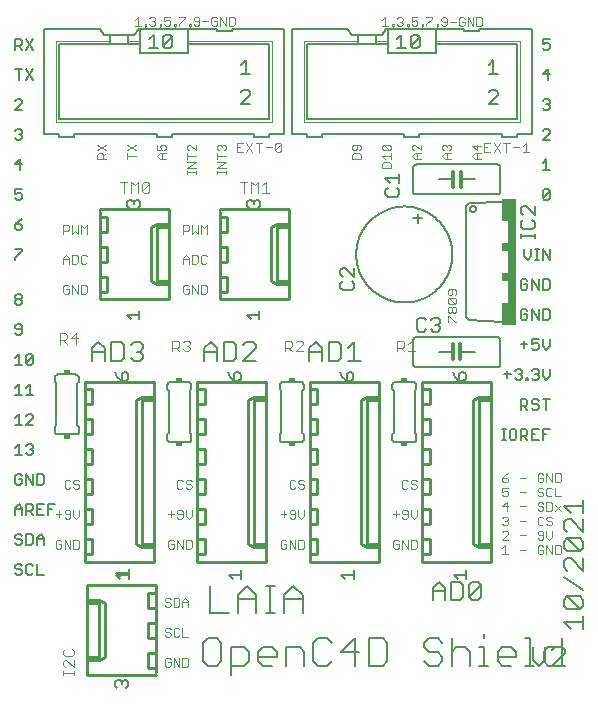
<source format=gbr>
G04 EAGLE Gerber RS-274X export*
G75*
%MOMM*%
%FSLAX34Y34*%
%LPD*%
%INSilkscreen Top*%
%IPPOS*%
%AMOC8*
5,1,8,0,0,1.08239X$1,22.5*%
G01*
%ADD10C,0.203200*%
%ADD11C,0.076200*%
%ADD12C,0.152400*%
%ADD13C,0.127000*%
%ADD14C,0.254000*%
%ADD15C,0.177800*%
%ADD16R,0.762000X10.668000*%
%ADD17R,0.508000X1.905000*%
%ADD18R,0.508000X0.762000*%
%ADD19C,0.304800*%
%ADD20C,0.101600*%
%ADD21C,0.050800*%
%ADD22R,0.508000X0.381000*%


D10*
X204216Y87904D02*
X204216Y64516D01*
X219808Y64516D01*
X227604Y64516D02*
X227604Y80108D01*
X235400Y87904D01*
X243196Y80108D01*
X243196Y64516D01*
X243196Y76210D02*
X227604Y76210D01*
X250992Y64516D02*
X258788Y64516D01*
X254890Y64516D02*
X254890Y87904D01*
X250992Y87904D02*
X258788Y87904D01*
X266584Y80108D02*
X266584Y64516D01*
X266584Y80108D02*
X274380Y87904D01*
X282176Y80108D01*
X282176Y64516D01*
X282176Y76210D02*
X266584Y76210D01*
X209560Y43454D02*
X201764Y43454D01*
X197866Y39556D01*
X197866Y23964D01*
X201764Y20066D01*
X209560Y20066D01*
X213458Y23964D01*
X213458Y39556D01*
X209560Y43454D01*
X221254Y35658D02*
X221254Y12270D01*
X221254Y35658D02*
X232948Y35658D01*
X236846Y31760D01*
X236846Y23964D01*
X232948Y20066D01*
X221254Y20066D01*
X248540Y20066D02*
X256336Y20066D01*
X248540Y20066D02*
X244642Y23964D01*
X244642Y31760D01*
X248540Y35658D01*
X256336Y35658D01*
X260234Y31760D01*
X260234Y27862D01*
X244642Y27862D01*
X268030Y20066D02*
X268030Y35658D01*
X279724Y35658D01*
X283622Y31760D01*
X283622Y20066D01*
X307010Y39556D02*
X303112Y43454D01*
X295316Y43454D01*
X291418Y39556D01*
X291418Y23964D01*
X295316Y20066D01*
X303112Y20066D01*
X307010Y23964D01*
X326500Y20066D02*
X326500Y43454D01*
X314806Y31760D01*
X330398Y31760D01*
X338194Y43454D02*
X338194Y20066D01*
X349888Y20066D01*
X353786Y23964D01*
X353786Y39556D01*
X349888Y43454D01*
X338194Y43454D01*
X396664Y43454D02*
X400562Y39556D01*
X396664Y43454D02*
X388868Y43454D01*
X384970Y39556D01*
X384970Y35658D01*
X388868Y31760D01*
X396664Y31760D01*
X400562Y27862D01*
X400562Y23964D01*
X396664Y20066D01*
X388868Y20066D01*
X384970Y23964D01*
X408358Y20066D02*
X408358Y43454D01*
X412256Y35658D02*
X408358Y31760D01*
X412256Y35658D02*
X420052Y35658D01*
X423950Y31760D01*
X423950Y20066D01*
X431746Y35658D02*
X435644Y35658D01*
X435644Y20066D01*
X431746Y20066D02*
X439542Y20066D01*
X435644Y43454D02*
X435644Y47352D01*
X451236Y20066D02*
X459032Y20066D01*
X451236Y20066D02*
X447338Y23964D01*
X447338Y31760D01*
X451236Y35658D01*
X459032Y35658D01*
X462930Y31760D01*
X462930Y27862D01*
X447338Y27862D01*
X470726Y43454D02*
X474624Y43454D01*
X474624Y20066D01*
X470726Y20066D02*
X478522Y20066D01*
X501910Y20066D02*
X501910Y43454D01*
X501910Y20066D02*
X490216Y20066D01*
X486318Y23964D01*
X486318Y31760D01*
X490216Y35658D01*
X501910Y35658D01*
D11*
X170396Y50975D02*
X169167Y52203D01*
X166710Y52203D01*
X165481Y50975D01*
X165481Y49746D01*
X166710Y48517D01*
X169167Y48517D01*
X170396Y47288D01*
X170396Y46060D01*
X169167Y44831D01*
X166710Y44831D01*
X165481Y46060D01*
X176651Y52203D02*
X177880Y50975D01*
X176651Y52203D02*
X174194Y52203D01*
X172965Y50975D01*
X172965Y46060D01*
X174194Y44831D01*
X176651Y44831D01*
X177880Y46060D01*
X180449Y44831D02*
X180449Y52203D01*
X180449Y44831D02*
X185364Y44831D01*
X170396Y76375D02*
X169167Y77603D01*
X166710Y77603D01*
X165481Y76375D01*
X165481Y75146D01*
X166710Y73917D01*
X169167Y73917D01*
X170396Y72688D01*
X170396Y71460D01*
X169167Y70231D01*
X166710Y70231D01*
X165481Y71460D01*
X172965Y70231D02*
X172965Y77603D01*
X172965Y70231D02*
X176651Y70231D01*
X177880Y71460D01*
X177880Y76375D01*
X176651Y77603D01*
X172965Y77603D01*
X180449Y75146D02*
X180449Y70231D01*
X180449Y75146D02*
X182907Y77603D01*
X185364Y75146D01*
X185364Y70231D01*
X185364Y73917D02*
X180449Y73917D01*
X169167Y26803D02*
X170396Y25575D01*
X169167Y26803D02*
X166710Y26803D01*
X165481Y25575D01*
X165481Y20660D01*
X166710Y19431D01*
X169167Y19431D01*
X170396Y20660D01*
X170396Y23117D01*
X167938Y23117D01*
X172965Y19431D02*
X172965Y26803D01*
X177880Y19431D01*
X177880Y26803D01*
X180449Y26803D02*
X180449Y19431D01*
X184135Y19431D01*
X185364Y20660D01*
X185364Y25575D01*
X184135Y26803D01*
X180449Y26803D01*
X362615Y126625D02*
X363843Y125397D01*
X362615Y126625D02*
X360157Y126625D01*
X358929Y125397D01*
X358929Y120482D01*
X360157Y119253D01*
X362615Y119253D01*
X363843Y120482D01*
X363843Y122939D01*
X361386Y122939D01*
X366413Y119253D02*
X366413Y126625D01*
X371328Y119253D01*
X371328Y126625D01*
X373897Y126625D02*
X373897Y119253D01*
X377583Y119253D01*
X378812Y120482D01*
X378812Y125397D01*
X377583Y126625D01*
X373897Y126625D01*
X78093Y125397D02*
X76865Y126625D01*
X74407Y126625D01*
X73179Y125397D01*
X73179Y120482D01*
X74407Y119253D01*
X76865Y119253D01*
X78093Y120482D01*
X78093Y122939D01*
X75636Y122939D01*
X80663Y119253D02*
X80663Y126625D01*
X85578Y119253D01*
X85578Y126625D01*
X88147Y126625D02*
X88147Y119253D01*
X91833Y119253D01*
X93062Y120482D01*
X93062Y125397D01*
X91833Y126625D01*
X88147Y126625D01*
X172115Y126625D02*
X173343Y125397D01*
X172115Y126625D02*
X169657Y126625D01*
X168429Y125397D01*
X168429Y120482D01*
X169657Y119253D01*
X172115Y119253D01*
X173343Y120482D01*
X173343Y122939D01*
X170886Y122939D01*
X175913Y119253D02*
X175913Y126625D01*
X180828Y119253D01*
X180828Y126625D01*
X183397Y126625D02*
X183397Y119253D01*
X187083Y119253D01*
X188312Y120482D01*
X188312Y125397D01*
X187083Y126625D01*
X183397Y126625D01*
X267365Y126625D02*
X268593Y125397D01*
X267365Y126625D02*
X264907Y126625D01*
X263679Y125397D01*
X263679Y120482D01*
X264907Y119253D01*
X267365Y119253D01*
X268593Y120482D01*
X268593Y122939D01*
X266136Y122939D01*
X271163Y119253D02*
X271163Y126625D01*
X276078Y119253D01*
X276078Y126625D01*
X278647Y126625D02*
X278647Y119253D01*
X282333Y119253D01*
X283562Y120482D01*
X283562Y125397D01*
X282333Y126625D01*
X278647Y126625D01*
X358929Y148339D02*
X363843Y148339D01*
X361386Y145882D02*
X361386Y150797D01*
X366413Y145882D02*
X367641Y144653D01*
X370099Y144653D01*
X371328Y145882D01*
X371328Y150797D01*
X370099Y152025D01*
X367641Y152025D01*
X366413Y150797D01*
X366413Y149568D01*
X367641Y148339D01*
X371328Y148339D01*
X373897Y147110D02*
X373897Y152025D01*
X373897Y147110D02*
X376354Y144653D01*
X378812Y147110D01*
X378812Y152025D01*
X78093Y148339D02*
X73179Y148339D01*
X75636Y145882D02*
X75636Y150797D01*
X80663Y145882D02*
X81891Y144653D01*
X84349Y144653D01*
X85578Y145882D01*
X85578Y150797D01*
X84349Y152025D01*
X81891Y152025D01*
X80663Y150797D01*
X80663Y149568D01*
X81891Y148339D01*
X85578Y148339D01*
X88147Y147110D02*
X88147Y152025D01*
X88147Y147110D02*
X90604Y144653D01*
X93062Y147110D01*
X93062Y152025D01*
X168429Y148339D02*
X173343Y148339D01*
X170886Y145882D02*
X170886Y150797D01*
X175913Y145882D02*
X177141Y144653D01*
X179599Y144653D01*
X180828Y145882D01*
X180828Y150797D01*
X179599Y152025D01*
X177141Y152025D01*
X175913Y150797D01*
X175913Y149568D01*
X177141Y148339D01*
X180828Y148339D01*
X183397Y147110D02*
X183397Y152025D01*
X183397Y147110D02*
X185854Y144653D01*
X188312Y147110D01*
X188312Y152025D01*
X263679Y148339D02*
X268593Y148339D01*
X266136Y145882D02*
X266136Y150797D01*
X271163Y145882D02*
X272391Y144653D01*
X274849Y144653D01*
X276078Y145882D01*
X276078Y150797D01*
X274849Y152025D01*
X272391Y152025D01*
X271163Y150797D01*
X271163Y149568D01*
X272391Y148339D01*
X276078Y148339D01*
X278647Y147110D02*
X278647Y152025D01*
X278647Y147110D02*
X281104Y144653D01*
X283562Y147110D01*
X283562Y152025D01*
X85578Y176197D02*
X84349Y177425D01*
X81891Y177425D01*
X80663Y176197D01*
X80663Y171282D01*
X81891Y170053D01*
X84349Y170053D01*
X85578Y171282D01*
X91833Y177425D02*
X93062Y176197D01*
X91833Y177425D02*
X89376Y177425D01*
X88147Y176197D01*
X88147Y174968D01*
X89376Y173739D01*
X91833Y173739D01*
X93062Y172510D01*
X93062Y171282D01*
X91833Y170053D01*
X89376Y170053D01*
X88147Y171282D01*
X179599Y177425D02*
X180828Y176197D01*
X179599Y177425D02*
X177141Y177425D01*
X175913Y176197D01*
X175913Y171282D01*
X177141Y170053D01*
X179599Y170053D01*
X180828Y171282D01*
X187083Y177425D02*
X188312Y176197D01*
X187083Y177425D02*
X184626Y177425D01*
X183397Y176197D01*
X183397Y174968D01*
X184626Y173739D01*
X187083Y173739D01*
X188312Y172510D01*
X188312Y171282D01*
X187083Y170053D01*
X184626Y170053D01*
X183397Y171282D01*
X274849Y177425D02*
X276078Y176197D01*
X274849Y177425D02*
X272391Y177425D01*
X271163Y176197D01*
X271163Y171282D01*
X272391Y170053D01*
X274849Y170053D01*
X276078Y171282D01*
X282333Y177425D02*
X283562Y176197D01*
X282333Y177425D02*
X279876Y177425D01*
X278647Y176197D01*
X278647Y174968D01*
X279876Y173739D01*
X282333Y173739D01*
X283562Y172510D01*
X283562Y171282D01*
X282333Y170053D01*
X279876Y170053D01*
X278647Y171282D01*
X370099Y177425D02*
X371328Y176197D01*
X370099Y177425D02*
X367641Y177425D01*
X366413Y176197D01*
X366413Y171282D01*
X367641Y170053D01*
X370099Y170053D01*
X371328Y171282D01*
X377583Y177425D02*
X378812Y176197D01*
X377583Y177425D02*
X375126Y177425D01*
X373897Y176197D01*
X373897Y174968D01*
X375126Y173739D01*
X377583Y173739D01*
X378812Y172510D01*
X378812Y171282D01*
X377583Y170053D01*
X375126Y170053D01*
X373897Y171282D01*
X84443Y341297D02*
X83215Y342525D01*
X80757Y342525D01*
X79529Y341297D01*
X79529Y336382D01*
X80757Y335153D01*
X83215Y335153D01*
X84443Y336382D01*
X84443Y338839D01*
X81986Y338839D01*
X87013Y335153D02*
X87013Y342525D01*
X91928Y335153D01*
X91928Y342525D01*
X94497Y342525D02*
X94497Y335153D01*
X98183Y335153D01*
X99412Y336382D01*
X99412Y341297D01*
X98183Y342525D01*
X94497Y342525D01*
X184815Y342525D02*
X186043Y341297D01*
X184815Y342525D02*
X182357Y342525D01*
X181129Y341297D01*
X181129Y336382D01*
X182357Y335153D01*
X184815Y335153D01*
X186043Y336382D01*
X186043Y338839D01*
X183586Y338839D01*
X188613Y335153D02*
X188613Y342525D01*
X193528Y335153D01*
X193528Y342525D01*
X196097Y342525D02*
X196097Y335153D01*
X199783Y335153D01*
X201012Y336382D01*
X201012Y341297D01*
X199783Y342525D01*
X196097Y342525D01*
X181129Y360553D02*
X181129Y365468D01*
X183586Y367925D01*
X186043Y365468D01*
X186043Y360553D01*
X186043Y364239D02*
X181129Y364239D01*
X188613Y367925D02*
X188613Y360553D01*
X192299Y360553D01*
X193528Y361782D01*
X193528Y366697D01*
X192299Y367925D01*
X188613Y367925D01*
X199783Y367925D02*
X201012Y366697D01*
X199783Y367925D02*
X197326Y367925D01*
X196097Y366697D01*
X196097Y361782D01*
X197326Y360553D01*
X199783Y360553D01*
X201012Y361782D01*
X79529Y360553D02*
X79529Y365468D01*
X81986Y367925D01*
X84443Y365468D01*
X84443Y360553D01*
X84443Y364239D02*
X79529Y364239D01*
X87013Y367925D02*
X87013Y360553D01*
X90699Y360553D01*
X91928Y361782D01*
X91928Y366697D01*
X90699Y367925D01*
X87013Y367925D01*
X98183Y367925D02*
X99412Y366697D01*
X98183Y367925D02*
X95726Y367925D01*
X94497Y366697D01*
X94497Y361782D01*
X95726Y360553D01*
X98183Y360553D01*
X99412Y361782D01*
X181129Y385953D02*
X181129Y393325D01*
X184815Y393325D01*
X186043Y392097D01*
X186043Y389639D01*
X184815Y388410D01*
X181129Y388410D01*
X188613Y385953D02*
X188613Y393325D01*
X191070Y388410D02*
X188613Y385953D01*
X191070Y388410D02*
X193528Y385953D01*
X193528Y393325D01*
X196097Y393325D02*
X196097Y385953D01*
X198554Y390868D02*
X196097Y393325D01*
X198554Y390868D02*
X201012Y393325D01*
X201012Y385953D01*
X79529Y385953D02*
X79529Y393325D01*
X83215Y393325D01*
X84443Y392097D01*
X84443Y389639D01*
X83215Y388410D01*
X79529Y388410D01*
X87013Y385953D02*
X87013Y393325D01*
X89470Y388410D02*
X87013Y385953D01*
X89470Y388410D02*
X91928Y385953D01*
X91928Y393325D01*
X94497Y393325D02*
X94497Y385953D01*
X96954Y390868D02*
X94497Y393325D01*
X96954Y390868D02*
X99412Y393325D01*
X99412Y385953D01*
X324225Y448963D02*
X331597Y448963D01*
X331597Y452649D01*
X330368Y453878D01*
X325453Y453878D01*
X324225Y452649D01*
X324225Y448963D01*
X330368Y456447D02*
X331597Y457676D01*
X331597Y460133D01*
X330368Y461362D01*
X325453Y461362D01*
X324225Y460133D01*
X324225Y457676D01*
X325453Y456447D01*
X326682Y456447D01*
X327911Y457676D01*
X327911Y461362D01*
X142538Y569347D02*
X140081Y566890D01*
X142538Y569347D02*
X142538Y561975D01*
X140081Y561975D02*
X144996Y561975D01*
X147565Y559518D02*
X150023Y561975D01*
X150023Y563204D01*
X148794Y563204D01*
X148794Y561975D01*
X150023Y561975D01*
X152555Y568119D02*
X153783Y569347D01*
X156241Y569347D01*
X157469Y568119D01*
X157469Y566890D01*
X156241Y565661D01*
X155012Y565661D01*
X156241Y565661D02*
X157469Y564432D01*
X157469Y563204D01*
X156241Y561975D01*
X153783Y561975D01*
X152555Y563204D01*
X160039Y559518D02*
X162496Y561975D01*
X162496Y563204D01*
X161267Y563204D01*
X161267Y561975D01*
X162496Y561975D01*
X165028Y569347D02*
X169943Y569347D01*
X165028Y569347D02*
X165028Y565661D01*
X167486Y566890D01*
X168714Y566890D01*
X169943Y565661D01*
X169943Y563204D01*
X168714Y561975D01*
X166257Y561975D01*
X165028Y563204D01*
X172512Y559518D02*
X174970Y561975D01*
X174970Y563204D01*
X173741Y563204D01*
X173741Y561975D01*
X174970Y561975D01*
X177502Y569347D02*
X182417Y569347D01*
X182417Y568119D01*
X177502Y563204D01*
X177502Y561975D01*
X184986Y559518D02*
X187443Y561975D01*
X187443Y563204D01*
X186215Y563204D01*
X186215Y561975D01*
X187443Y561975D01*
X189975Y563204D02*
X191204Y561975D01*
X193662Y561975D01*
X194890Y563204D01*
X194890Y568119D01*
X193662Y569347D01*
X191204Y569347D01*
X189975Y568119D01*
X189975Y566890D01*
X191204Y565661D01*
X194890Y565661D01*
X197460Y565661D02*
X202374Y565661D01*
X208630Y569347D02*
X209859Y568119D01*
X208630Y569347D02*
X206172Y569347D01*
X204944Y568119D01*
X204944Y563204D01*
X206172Y561975D01*
X208630Y561975D01*
X209859Y563204D01*
X209859Y565661D01*
X207401Y565661D01*
X212428Y561975D02*
X212428Y569347D01*
X217343Y561975D01*
X217343Y569347D01*
X219912Y569347D02*
X219912Y561975D01*
X223598Y561975D01*
X224827Y563204D01*
X224827Y568119D01*
X223598Y569347D01*
X219912Y569347D01*
X428282Y448963D02*
X433197Y448963D01*
X428282Y448963D02*
X425825Y451420D01*
X428282Y453878D01*
X433197Y453878D01*
X429511Y453878D02*
X429511Y448963D01*
X433197Y460133D02*
X425825Y460133D01*
X429511Y456447D01*
X429511Y461362D01*
X407797Y448963D02*
X402882Y448963D01*
X400425Y451420D01*
X402882Y453878D01*
X407797Y453878D01*
X404111Y453878D02*
X404111Y448963D01*
X401653Y456447D02*
X400425Y457676D01*
X400425Y460133D01*
X401653Y461362D01*
X402882Y461362D01*
X404111Y460133D01*
X404111Y458904D01*
X404111Y460133D02*
X405340Y461362D01*
X406568Y461362D01*
X407797Y460133D01*
X407797Y457676D01*
X406568Y456447D01*
X382397Y448963D02*
X377482Y448963D01*
X375025Y451420D01*
X377482Y453878D01*
X382397Y453878D01*
X378711Y453878D02*
X378711Y448963D01*
X382397Y456447D02*
X382397Y461362D01*
X382397Y456447D02*
X377482Y461362D01*
X376253Y461362D01*
X375025Y460133D01*
X375025Y457676D01*
X376253Y456447D01*
X141097Y451420D02*
X133725Y451420D01*
X133725Y448963D02*
X133725Y453878D01*
X133725Y456447D02*
X141097Y461362D01*
X141097Y456447D02*
X133725Y461362D01*
X115697Y448963D02*
X108325Y448963D01*
X108325Y452649D01*
X109553Y453878D01*
X112011Y453878D01*
X113240Y452649D01*
X113240Y448963D01*
X113240Y451420D02*
X115697Y453878D01*
X115697Y461362D02*
X108325Y456447D01*
X108325Y461362D02*
X115697Y456447D01*
X349625Y441479D02*
X356997Y441479D01*
X356997Y445165D01*
X355768Y446393D01*
X350853Y446393D01*
X349625Y445165D01*
X349625Y441479D01*
X352082Y448963D02*
X349625Y451420D01*
X356997Y451420D01*
X356997Y448963D02*
X356997Y453878D01*
X355768Y456447D02*
X350853Y456447D01*
X349625Y457676D01*
X349625Y460133D01*
X350853Y461362D01*
X355768Y461362D01*
X356997Y460133D01*
X356997Y457676D01*
X355768Y456447D01*
X350853Y461362D01*
X404997Y316446D02*
X404997Y311531D01*
X404997Y316446D02*
X406225Y316446D01*
X411140Y311531D01*
X412369Y311531D01*
X406225Y319015D02*
X404997Y320244D01*
X404997Y322701D01*
X406225Y323930D01*
X407454Y323930D01*
X408683Y322701D01*
X409912Y323930D01*
X411140Y323930D01*
X412369Y322701D01*
X412369Y320244D01*
X411140Y319015D01*
X409912Y319015D01*
X408683Y320244D01*
X407454Y319015D01*
X406225Y319015D01*
X408683Y320244D02*
X408683Y322701D01*
X411140Y326499D02*
X406225Y326499D01*
X404997Y327728D01*
X404997Y330185D01*
X406225Y331414D01*
X411140Y331414D01*
X412369Y330185D01*
X412369Y327728D01*
X411140Y326499D01*
X406225Y331414D01*
X411140Y333983D02*
X412369Y335212D01*
X412369Y337670D01*
X411140Y338898D01*
X406225Y338898D01*
X404997Y337670D01*
X404997Y335212D01*
X406225Y333983D01*
X407454Y333983D01*
X408683Y335212D01*
X408683Y338898D01*
X349631Y566763D02*
X352088Y569220D01*
X352088Y561848D01*
X349631Y561848D02*
X354546Y561848D01*
X357115Y559391D02*
X359573Y561848D01*
X359573Y563077D01*
X358344Y563077D01*
X358344Y561848D01*
X359573Y561848D01*
X362105Y567992D02*
X363333Y569220D01*
X365791Y569220D01*
X367019Y567992D01*
X367019Y566763D01*
X365791Y565534D01*
X364562Y565534D01*
X365791Y565534D02*
X367019Y564305D01*
X367019Y563077D01*
X365791Y561848D01*
X363333Y561848D01*
X362105Y563077D01*
X369589Y559391D02*
X372046Y561848D01*
X372046Y563077D01*
X370817Y563077D01*
X370817Y561848D01*
X372046Y561848D01*
X374578Y569220D02*
X379493Y569220D01*
X374578Y569220D02*
X374578Y565534D01*
X377036Y566763D01*
X378264Y566763D01*
X379493Y565534D01*
X379493Y563077D01*
X378264Y561848D01*
X375807Y561848D01*
X374578Y563077D01*
X382062Y559391D02*
X384520Y561848D01*
X384520Y563077D01*
X383291Y563077D01*
X383291Y561848D01*
X384520Y561848D01*
X387052Y569220D02*
X391967Y569220D01*
X391967Y567992D01*
X387052Y563077D01*
X387052Y561848D01*
X394536Y559391D02*
X396993Y561848D01*
X396993Y563077D01*
X395765Y563077D01*
X395765Y561848D01*
X396993Y561848D01*
X399525Y563077D02*
X400754Y561848D01*
X403212Y561848D01*
X404440Y563077D01*
X404440Y567992D01*
X403212Y569220D01*
X400754Y569220D01*
X399525Y567992D01*
X399525Y566763D01*
X400754Y565534D01*
X404440Y565534D01*
X407010Y565534D02*
X411924Y565534D01*
X418180Y569220D02*
X419409Y567992D01*
X418180Y569220D02*
X415722Y569220D01*
X414494Y567992D01*
X414494Y563077D01*
X415722Y561848D01*
X418180Y561848D01*
X419409Y563077D01*
X419409Y565534D01*
X416951Y565534D01*
X421978Y561848D02*
X421978Y569220D01*
X426893Y561848D01*
X426893Y569220D01*
X429462Y569220D02*
X429462Y561848D01*
X433148Y561848D01*
X434377Y563077D01*
X434377Y567992D01*
X433148Y569220D01*
X429462Y569220D01*
D12*
X503668Y56985D02*
X509091Y51562D01*
X503668Y56985D02*
X519938Y56985D01*
X519938Y51562D02*
X519938Y62409D01*
X517226Y67934D02*
X506380Y67934D01*
X503668Y70645D01*
X503668Y76069D01*
X506380Y78780D01*
X517226Y78780D01*
X519938Y76069D01*
X519938Y70645D01*
X517226Y67934D01*
X506380Y78780D01*
X519938Y84305D02*
X503668Y95152D01*
X519938Y100677D02*
X519938Y111523D01*
X519938Y100677D02*
X509091Y111523D01*
X506380Y111523D01*
X503668Y108812D01*
X503668Y103388D01*
X506380Y100677D01*
X506380Y117048D02*
X517226Y117048D01*
X506380Y117048D02*
X503668Y119760D01*
X503668Y125183D01*
X506380Y127895D01*
X517226Y127895D01*
X519938Y125183D01*
X519938Y119760D01*
X517226Y117048D01*
X506380Y127895D01*
X519938Y133420D02*
X519938Y144266D01*
X519938Y133420D02*
X509091Y144266D01*
X506380Y144266D01*
X503668Y141555D01*
X503668Y136131D01*
X506380Y133420D01*
X509091Y149791D02*
X503668Y155215D01*
X519938Y155215D01*
X519938Y160638D02*
X519938Y149791D01*
D11*
X191897Y436489D02*
X191897Y438947D01*
X191897Y437718D02*
X184525Y437718D01*
X184525Y436489D02*
X184525Y438947D01*
X184525Y441479D02*
X191897Y441479D01*
X191897Y446393D02*
X184525Y441479D01*
X184525Y446393D02*
X191897Y446393D01*
X191897Y451420D02*
X184525Y451420D01*
X184525Y448963D02*
X184525Y453878D01*
X191897Y456447D02*
X191897Y461362D01*
X191897Y456447D02*
X186982Y461362D01*
X185753Y461362D01*
X184525Y460133D01*
X184525Y457676D01*
X185753Y456447D01*
X217297Y438947D02*
X217297Y436489D01*
X217297Y437718D02*
X209925Y437718D01*
X209925Y436489D02*
X209925Y438947D01*
X209925Y441479D02*
X217297Y441479D01*
X217297Y446393D02*
X209925Y441479D01*
X209925Y446393D02*
X217297Y446393D01*
X217297Y451420D02*
X209925Y451420D01*
X209925Y448963D02*
X209925Y453878D01*
X211153Y456447D02*
X209925Y457676D01*
X209925Y460133D01*
X211153Y461362D01*
X212382Y461362D01*
X213611Y460133D01*
X213611Y458904D01*
X213611Y460133D02*
X214840Y461362D01*
X216068Y461362D01*
X217297Y460133D01*
X217297Y457676D01*
X216068Y456447D01*
X166497Y448963D02*
X161582Y448963D01*
X159125Y451420D01*
X161582Y453878D01*
X166497Y453878D01*
X162811Y453878D02*
X162811Y448963D01*
X159125Y456447D02*
X159125Y461362D01*
X159125Y456447D02*
X162811Y456447D01*
X161582Y458904D01*
X161582Y460133D01*
X162811Y461362D01*
X165268Y461362D01*
X166497Y460133D01*
X166497Y457676D01*
X165268Y456447D01*
X453688Y181785D02*
X456146Y183013D01*
X453688Y181785D02*
X451231Y179327D01*
X451231Y176870D01*
X452460Y175641D01*
X454917Y175641D01*
X456146Y176870D01*
X456146Y178098D01*
X454917Y179327D01*
X451231Y179327D01*
X466199Y179327D02*
X471114Y179327D01*
X484854Y183013D02*
X486082Y181785D01*
X484854Y183013D02*
X482396Y183013D01*
X481168Y181785D01*
X481168Y176870D01*
X482396Y175641D01*
X484854Y175641D01*
X486082Y176870D01*
X486082Y179327D01*
X483625Y179327D01*
X488652Y175641D02*
X488652Y183013D01*
X493567Y175641D01*
X493567Y183013D01*
X496136Y183013D02*
X496136Y175641D01*
X499822Y175641D01*
X501051Y176870D01*
X501051Y181785D01*
X499822Y183013D01*
X496136Y183013D01*
X456146Y170821D02*
X451231Y170821D01*
X451231Y167135D01*
X453688Y168364D01*
X454917Y168364D01*
X456146Y167135D01*
X456146Y164678D01*
X454917Y163449D01*
X452460Y163449D01*
X451231Y164678D01*
X466199Y167135D02*
X471114Y167135D01*
X484854Y170821D02*
X486082Y169593D01*
X484854Y170821D02*
X482396Y170821D01*
X481168Y169593D01*
X481168Y168364D01*
X482396Y167135D01*
X484854Y167135D01*
X486082Y165906D01*
X486082Y164678D01*
X484854Y163449D01*
X482396Y163449D01*
X481168Y164678D01*
X492338Y170821D02*
X493567Y169593D01*
X492338Y170821D02*
X489880Y170821D01*
X488652Y169593D01*
X488652Y164678D01*
X489880Y163449D01*
X492338Y163449D01*
X493567Y164678D01*
X496136Y163449D02*
X496136Y170821D01*
X496136Y163449D02*
X501051Y163449D01*
X454917Y158629D02*
X454917Y151257D01*
X451231Y154943D02*
X454917Y158629D01*
X456146Y154943D02*
X451231Y154943D01*
X466199Y154943D02*
X471114Y154943D01*
X484854Y158629D02*
X486082Y157401D01*
X484854Y158629D02*
X482396Y158629D01*
X481168Y157401D01*
X481168Y156172D01*
X482396Y154943D01*
X484854Y154943D01*
X486082Y153714D01*
X486082Y152486D01*
X484854Y151257D01*
X482396Y151257D01*
X481168Y152486D01*
X488652Y151257D02*
X488652Y158629D01*
X488652Y151257D02*
X492338Y151257D01*
X493567Y152486D01*
X493567Y157401D01*
X492338Y158629D01*
X488652Y158629D01*
X496136Y156172D02*
X501051Y151257D01*
X496136Y151257D02*
X501051Y156172D01*
X452460Y146437D02*
X451231Y145209D01*
X452460Y146437D02*
X454917Y146437D01*
X456146Y145209D01*
X456146Y143980D01*
X454917Y142751D01*
X453688Y142751D01*
X454917Y142751D02*
X456146Y141522D01*
X456146Y140294D01*
X454917Y139065D01*
X452460Y139065D01*
X451231Y140294D01*
X466199Y142751D02*
X471114Y142751D01*
X484854Y146437D02*
X486082Y145209D01*
X484854Y146437D02*
X482396Y146437D01*
X481168Y145209D01*
X481168Y140294D01*
X482396Y139065D01*
X484854Y139065D01*
X486082Y140294D01*
X492338Y146437D02*
X493567Y145209D01*
X492338Y146437D02*
X489880Y146437D01*
X488652Y145209D01*
X488652Y143980D01*
X489880Y142751D01*
X492338Y142751D01*
X493567Y141522D01*
X493567Y140294D01*
X492338Y139065D01*
X489880Y139065D01*
X488652Y140294D01*
X456146Y126873D02*
X451231Y126873D01*
X456146Y131788D01*
X456146Y133017D01*
X454917Y134245D01*
X452460Y134245D01*
X451231Y133017D01*
X466199Y130559D02*
X471114Y130559D01*
X481168Y128102D02*
X482396Y126873D01*
X484854Y126873D01*
X486082Y128102D01*
X486082Y133017D01*
X484854Y134245D01*
X482396Y134245D01*
X481168Y133017D01*
X481168Y131788D01*
X482396Y130559D01*
X486082Y130559D01*
X488652Y129330D02*
X488652Y134245D01*
X488652Y129330D02*
X491109Y126873D01*
X493567Y129330D01*
X493567Y134245D01*
X453688Y122053D02*
X451231Y119596D01*
X453688Y122053D02*
X453688Y114681D01*
X451231Y114681D02*
X456146Y114681D01*
X466199Y118367D02*
X471114Y118367D01*
X484854Y122053D02*
X486082Y120825D01*
X484854Y122053D02*
X482396Y122053D01*
X481168Y120825D01*
X481168Y115910D01*
X482396Y114681D01*
X484854Y114681D01*
X486082Y115910D01*
X486082Y118367D01*
X483625Y118367D01*
X488652Y114681D02*
X488652Y122053D01*
X493567Y114681D01*
X493567Y122053D01*
X496136Y122053D02*
X496136Y114681D01*
X499822Y114681D01*
X501051Y115910D01*
X501051Y120825D01*
X499822Y122053D01*
X496136Y122053D01*
D12*
X477012Y36082D02*
X477012Y25235D01*
X482435Y19812D01*
X487859Y25235D01*
X487859Y36082D01*
X493384Y19812D02*
X504230Y19812D01*
X493384Y19812D02*
X504230Y30659D01*
X504230Y33370D01*
X501519Y36082D01*
X496095Y36082D01*
X493384Y33370D01*
D13*
X441960Y247650D02*
X438150Y247650D01*
D14*
X441960Y260350D02*
X412750Y260350D01*
X441960Y260350D02*
X441960Y247650D01*
X441960Y245110D01*
X441960Y184150D01*
X441960Y107950D02*
X412750Y107950D01*
X441960Y107950D02*
X441960Y184150D01*
X412750Y260350D02*
X383540Y260350D01*
X383540Y185420D01*
X383540Y107950D02*
X412750Y107950D01*
X383540Y107950D02*
X383540Y185420D01*
X383540Y254000D02*
X383540Y257810D01*
X383540Y254000D02*
X389890Y254000D01*
X389890Y241300D01*
X383540Y241300D01*
X383540Y228600D01*
X389890Y228600D01*
X389890Y215900D01*
X383540Y215900D01*
X383540Y203200D01*
X389890Y203200D01*
X389890Y190500D01*
X383540Y190500D01*
X383540Y177800D01*
X389890Y177800D01*
X389890Y165100D01*
X383540Y165100D01*
X383540Y152400D01*
X389890Y152400D01*
X389890Y139700D01*
X383540Y139700D01*
X383540Y127000D01*
X389890Y127000D01*
X389890Y114300D01*
X383540Y114300D01*
X383540Y107950D01*
X431800Y247650D02*
X441960Y247650D01*
X431800Y247650D02*
X431800Y245110D01*
X431800Y123190D01*
X431800Y120650D01*
X441960Y120650D01*
X426720Y245110D02*
X431800Y247650D01*
X431800Y245110D02*
X441960Y245110D01*
X426720Y245110D02*
X426720Y123190D01*
X431800Y120650D01*
X431800Y123190D02*
X441960Y123190D01*
D15*
X413702Y93604D02*
X410059Y97248D01*
X420990Y97248D01*
X420990Y93604D02*
X420990Y100892D01*
X411119Y264888D02*
X409297Y268532D01*
X411119Y264888D02*
X414762Y261244D01*
X418406Y261244D01*
X420228Y263066D01*
X420228Y266710D01*
X418406Y268532D01*
X416584Y268532D01*
X414762Y266710D01*
X414762Y261244D01*
X392462Y85833D02*
X392462Y75834D01*
X392462Y85833D02*
X397461Y90833D01*
X402461Y85833D01*
X402461Y75834D01*
X402461Y83333D02*
X392462Y83333D01*
X407898Y90833D02*
X407898Y75834D01*
X415397Y75834D01*
X417897Y78334D01*
X417897Y88333D01*
X415397Y90833D01*
X407898Y90833D01*
X423334Y88333D02*
X423334Y78334D01*
X423334Y88333D02*
X425834Y90833D01*
X430833Y90833D01*
X433333Y88333D01*
X433333Y78334D01*
X430833Y75834D01*
X425834Y75834D01*
X423334Y78334D01*
X433333Y88333D01*
D13*
X346710Y247650D02*
X342900Y247650D01*
D14*
X346710Y260350D02*
X317500Y260350D01*
X346710Y260350D02*
X346710Y247650D01*
X346710Y245110D01*
X346710Y184150D01*
X346710Y107950D02*
X317500Y107950D01*
X346710Y107950D02*
X346710Y184150D01*
X317500Y260350D02*
X288290Y260350D01*
X288290Y185420D01*
X288290Y107950D02*
X317500Y107950D01*
X288290Y107950D02*
X288290Y185420D01*
X288290Y254000D02*
X288290Y257810D01*
X288290Y254000D02*
X294640Y254000D01*
X294640Y241300D01*
X288290Y241300D01*
X288290Y228600D01*
X294640Y228600D01*
X294640Y215900D01*
X288290Y215900D01*
X288290Y203200D01*
X294640Y203200D01*
X294640Y190500D01*
X288290Y190500D01*
X288290Y177800D01*
X294640Y177800D01*
X294640Y165100D01*
X288290Y165100D01*
X288290Y152400D01*
X294640Y152400D01*
X294640Y139700D01*
X288290Y139700D01*
X288290Y127000D01*
X294640Y127000D01*
X294640Y114300D01*
X288290Y114300D01*
X288290Y107950D01*
X336550Y247650D02*
X346710Y247650D01*
X336550Y247650D02*
X336550Y245110D01*
X336550Y123190D01*
X336550Y120650D01*
X346710Y120650D01*
X331470Y245110D02*
X336550Y247650D01*
X336550Y245110D02*
X346710Y245110D01*
X331470Y245110D02*
X331470Y123190D01*
X336550Y120650D01*
X336550Y123190D02*
X346710Y123190D01*
D15*
X318452Y93604D02*
X314809Y97248D01*
X325740Y97248D01*
X325740Y93604D02*
X325740Y100892D01*
X315869Y264888D02*
X314047Y268532D01*
X315869Y264888D02*
X319512Y261244D01*
X323156Y261244D01*
X324978Y263066D01*
X324978Y266710D01*
X323156Y268532D01*
X321334Y268532D01*
X319512Y266710D01*
X319512Y261244D01*
X288055Y278018D02*
X288055Y288695D01*
X293394Y294034D01*
X298732Y288695D01*
X298732Y278018D01*
X298732Y286026D02*
X288055Y286026D01*
X304427Y294034D02*
X304427Y278018D01*
X312435Y278018D01*
X315104Y280687D01*
X315104Y291364D01*
X312435Y294034D01*
X304427Y294034D01*
X320798Y288695D02*
X326137Y294034D01*
X326137Y278018D01*
X320798Y278018D02*
X331476Y278018D01*
D13*
X251460Y247650D02*
X247650Y247650D01*
D14*
X251460Y260350D02*
X222250Y260350D01*
X251460Y260350D02*
X251460Y247650D01*
X251460Y245110D01*
X251460Y184150D01*
X251460Y107950D02*
X222250Y107950D01*
X251460Y107950D02*
X251460Y184150D01*
X222250Y260350D02*
X193040Y260350D01*
X193040Y185420D01*
X193040Y107950D02*
X222250Y107950D01*
X193040Y107950D02*
X193040Y185420D01*
X193040Y254000D02*
X193040Y257810D01*
X193040Y254000D02*
X199390Y254000D01*
X199390Y241300D01*
X193040Y241300D01*
X193040Y228600D01*
X199390Y228600D01*
X199390Y215900D01*
X193040Y215900D01*
X193040Y203200D01*
X199390Y203200D01*
X199390Y190500D01*
X193040Y190500D01*
X193040Y177800D01*
X199390Y177800D01*
X199390Y165100D01*
X193040Y165100D01*
X193040Y152400D01*
X199390Y152400D01*
X199390Y139700D01*
X193040Y139700D01*
X193040Y127000D01*
X199390Y127000D01*
X199390Y114300D01*
X193040Y114300D01*
X193040Y107950D01*
X241300Y247650D02*
X251460Y247650D01*
X241300Y247650D02*
X241300Y245110D01*
X241300Y123190D01*
X241300Y120650D01*
X251460Y120650D01*
X236220Y245110D02*
X241300Y247650D01*
X241300Y245110D02*
X251460Y245110D01*
X236220Y245110D02*
X236220Y123190D01*
X241300Y120650D01*
X241300Y123190D02*
X251460Y123190D01*
D15*
X223202Y93604D02*
X219559Y97248D01*
X230490Y97248D01*
X230490Y93604D02*
X230490Y100892D01*
X220619Y264888D02*
X218797Y268532D01*
X220619Y264888D02*
X224262Y261244D01*
X227906Y261244D01*
X229728Y263066D01*
X229728Y266710D01*
X227906Y268532D01*
X226084Y268532D01*
X224262Y266710D01*
X224262Y261244D01*
X199155Y278018D02*
X199155Y288695D01*
X204494Y294034D01*
X209832Y288695D01*
X209832Y278018D01*
X209832Y286026D02*
X199155Y286026D01*
X215527Y294034D02*
X215527Y278018D01*
X223535Y278018D01*
X226204Y280687D01*
X226204Y291364D01*
X223535Y294034D01*
X215527Y294034D01*
X231898Y278018D02*
X242576Y278018D01*
X242576Y288695D02*
X231898Y278018D01*
X242576Y288695D02*
X242576Y291364D01*
X239906Y294034D01*
X234568Y294034D01*
X231898Y291364D01*
D13*
X156210Y247650D02*
X152400Y247650D01*
D14*
X156210Y260350D02*
X127000Y260350D01*
X156210Y260350D02*
X156210Y247650D01*
X156210Y245110D01*
X156210Y184150D01*
X156210Y107950D02*
X127000Y107950D01*
X156210Y107950D02*
X156210Y184150D01*
X127000Y260350D02*
X97790Y260350D01*
X97790Y185420D01*
X97790Y107950D02*
X127000Y107950D01*
X97790Y107950D02*
X97790Y185420D01*
X97790Y254000D02*
X97790Y257810D01*
X97790Y254000D02*
X104140Y254000D01*
X104140Y241300D01*
X97790Y241300D01*
X97790Y228600D01*
X104140Y228600D01*
X104140Y215900D01*
X97790Y215900D01*
X97790Y203200D01*
X104140Y203200D01*
X104140Y190500D01*
X97790Y190500D01*
X97790Y177800D01*
X104140Y177800D01*
X104140Y165100D01*
X97790Y165100D01*
X97790Y152400D01*
X104140Y152400D01*
X104140Y139700D01*
X97790Y139700D01*
X97790Y127000D01*
X104140Y127000D01*
X104140Y114300D01*
X97790Y114300D01*
X97790Y107950D01*
X146050Y247650D02*
X156210Y247650D01*
X146050Y247650D02*
X146050Y245110D01*
X146050Y123190D01*
X146050Y120650D01*
X156210Y120650D01*
X140970Y245110D02*
X146050Y247650D01*
X146050Y245110D02*
X156210Y245110D01*
X140970Y245110D02*
X140970Y123190D01*
X146050Y120650D01*
X146050Y123190D02*
X156210Y123190D01*
D15*
X127952Y93604D02*
X124309Y97248D01*
X135240Y97248D01*
X135240Y93604D02*
X135240Y100892D01*
X125369Y264888D02*
X123547Y268532D01*
X125369Y264888D02*
X129012Y261244D01*
X132656Y261244D01*
X134478Y263066D01*
X134478Y266710D01*
X132656Y268532D01*
X130834Y268532D01*
X129012Y266710D01*
X129012Y261244D01*
X103905Y278018D02*
X103905Y288695D01*
X109244Y294034D01*
X114582Y288695D01*
X114582Y278018D01*
X114582Y286026D02*
X103905Y286026D01*
X120277Y294034D02*
X120277Y278018D01*
X128285Y278018D01*
X130954Y280687D01*
X130954Y291364D01*
X128285Y294034D01*
X120277Y294034D01*
X136648Y291364D02*
X139318Y294034D01*
X144656Y294034D01*
X147326Y291364D01*
X147326Y288695D01*
X144656Y286026D01*
X141987Y286026D01*
X144656Y286026D02*
X147326Y283357D01*
X147326Y280687D01*
X144656Y278018D01*
X139318Y278018D01*
X136648Y280687D01*
D13*
X422910Y312420D02*
X452120Y311150D01*
X422910Y312420D02*
X420370Y314960D01*
X420370Y408940D01*
X422910Y411480D01*
X452120Y412750D01*
X423926Y406908D02*
X423928Y407008D01*
X423934Y407109D01*
X423944Y407208D01*
X423958Y407308D01*
X423975Y407407D01*
X423997Y407505D01*
X424023Y407602D01*
X424052Y407698D01*
X424085Y407792D01*
X424122Y407886D01*
X424162Y407978D01*
X424206Y408068D01*
X424254Y408156D01*
X424305Y408243D01*
X424359Y408327D01*
X424417Y408409D01*
X424478Y408489D01*
X424542Y408566D01*
X424609Y408641D01*
X424679Y408713D01*
X424752Y408782D01*
X424827Y408848D01*
X424905Y408912D01*
X424985Y408972D01*
X425068Y409029D01*
X425153Y409082D01*
X425240Y409132D01*
X425329Y409179D01*
X425419Y409222D01*
X425511Y409262D01*
X425605Y409298D01*
X425700Y409330D01*
X425796Y409358D01*
X425894Y409383D01*
X425992Y409403D01*
X426091Y409420D01*
X426191Y409433D01*
X426290Y409442D01*
X426391Y409447D01*
X426491Y409448D01*
X426591Y409445D01*
X426692Y409438D01*
X426791Y409427D01*
X426891Y409412D01*
X426989Y409394D01*
X427087Y409371D01*
X427184Y409344D01*
X427279Y409314D01*
X427374Y409280D01*
X427467Y409242D01*
X427558Y409201D01*
X427648Y409156D01*
X427736Y409108D01*
X427822Y409056D01*
X427906Y409001D01*
X427987Y408942D01*
X428066Y408880D01*
X428143Y408816D01*
X428217Y408748D01*
X428288Y408677D01*
X428357Y408604D01*
X428422Y408528D01*
X428485Y408449D01*
X428544Y408368D01*
X428600Y408285D01*
X428653Y408200D01*
X428702Y408112D01*
X428748Y408023D01*
X428790Y407932D01*
X428829Y407839D01*
X428864Y407745D01*
X428895Y407650D01*
X428923Y407553D01*
X428946Y407456D01*
X428966Y407357D01*
X428982Y407258D01*
X428994Y407159D01*
X429002Y407058D01*
X429006Y406958D01*
X429006Y406858D01*
X429002Y406758D01*
X428994Y406657D01*
X428982Y406558D01*
X428966Y406459D01*
X428946Y406360D01*
X428923Y406263D01*
X428895Y406166D01*
X428864Y406071D01*
X428829Y405977D01*
X428790Y405884D01*
X428748Y405793D01*
X428702Y405704D01*
X428653Y405616D01*
X428600Y405531D01*
X428544Y405448D01*
X428485Y405367D01*
X428422Y405288D01*
X428357Y405212D01*
X428288Y405139D01*
X428217Y405068D01*
X428143Y405000D01*
X428066Y404936D01*
X427987Y404874D01*
X427906Y404815D01*
X427822Y404760D01*
X427736Y404708D01*
X427648Y404660D01*
X427558Y404615D01*
X427467Y404574D01*
X427374Y404536D01*
X427279Y404502D01*
X427184Y404472D01*
X427087Y404445D01*
X426989Y404422D01*
X426891Y404404D01*
X426791Y404389D01*
X426692Y404378D01*
X426591Y404371D01*
X426491Y404368D01*
X426391Y404369D01*
X426290Y404374D01*
X426191Y404383D01*
X426091Y404396D01*
X425992Y404413D01*
X425894Y404433D01*
X425796Y404458D01*
X425700Y404486D01*
X425605Y404518D01*
X425511Y404554D01*
X425419Y404594D01*
X425329Y404637D01*
X425240Y404684D01*
X425153Y404734D01*
X425068Y404787D01*
X424985Y404844D01*
X424905Y404904D01*
X424827Y404968D01*
X424752Y405034D01*
X424679Y405103D01*
X424609Y405175D01*
X424542Y405250D01*
X424478Y405327D01*
X424417Y405407D01*
X424359Y405489D01*
X424305Y405573D01*
X424254Y405660D01*
X424206Y405748D01*
X424162Y405838D01*
X424122Y405930D01*
X424085Y406024D01*
X424052Y406118D01*
X424023Y406214D01*
X423997Y406311D01*
X423975Y406409D01*
X423958Y406508D01*
X423944Y406608D01*
X423934Y406707D01*
X423928Y406808D01*
X423926Y406908D01*
D16*
X459740Y361950D03*
D17*
X453390Y405765D03*
D18*
X453390Y374650D03*
X453390Y349250D03*
D17*
X453390Y318135D03*
D13*
X478663Y382201D02*
X478663Y386014D01*
X478663Y384108D02*
X467223Y384108D01*
X467223Y386014D02*
X467223Y382201D01*
X467223Y395717D02*
X469130Y397624D01*
X467223Y395717D02*
X467223Y391904D01*
X469130Y389997D01*
X476756Y389997D01*
X478663Y391904D01*
X478663Y395717D01*
X476756Y397624D01*
X478663Y401691D02*
X478663Y409317D01*
X478663Y401691D02*
X471037Y409317D01*
X469130Y409317D01*
X467223Y407411D01*
X467223Y403598D01*
X469130Y401691D01*
D19*
X409702Y431800D02*
X409702Y438150D01*
X409702Y431800D02*
X409702Y425450D01*
D12*
X409702Y431800D02*
X397510Y431800D01*
D19*
X416052Y431800D02*
X416052Y438150D01*
X416052Y431800D02*
X416052Y425450D01*
D12*
X416052Y431800D02*
X427990Y431800D01*
X375920Y441960D02*
X375920Y421640D01*
X378460Y419100D02*
X447040Y419100D01*
X449580Y421640D02*
X449580Y441960D01*
X447040Y444500D02*
X378460Y444500D01*
X447040Y444500D02*
X447140Y444498D01*
X447239Y444492D01*
X447339Y444482D01*
X447437Y444469D01*
X447536Y444451D01*
X447633Y444430D01*
X447729Y444405D01*
X447825Y444376D01*
X447919Y444343D01*
X448012Y444307D01*
X448103Y444267D01*
X448193Y444223D01*
X448281Y444176D01*
X448367Y444126D01*
X448451Y444072D01*
X448533Y444015D01*
X448612Y443955D01*
X448690Y443891D01*
X448764Y443825D01*
X448836Y443756D01*
X448905Y443684D01*
X448971Y443610D01*
X449035Y443532D01*
X449095Y443453D01*
X449152Y443371D01*
X449206Y443287D01*
X449256Y443201D01*
X449303Y443113D01*
X449347Y443023D01*
X449387Y442932D01*
X449423Y442839D01*
X449456Y442745D01*
X449485Y442649D01*
X449510Y442553D01*
X449531Y442456D01*
X449549Y442357D01*
X449562Y442259D01*
X449572Y442159D01*
X449578Y442060D01*
X449580Y441960D01*
X449580Y421640D02*
X449578Y421540D01*
X449572Y421441D01*
X449562Y421341D01*
X449549Y421243D01*
X449531Y421144D01*
X449510Y421047D01*
X449485Y420951D01*
X449456Y420855D01*
X449423Y420761D01*
X449387Y420668D01*
X449347Y420577D01*
X449303Y420487D01*
X449256Y420399D01*
X449206Y420313D01*
X449152Y420229D01*
X449095Y420147D01*
X449035Y420068D01*
X448971Y419990D01*
X448905Y419916D01*
X448836Y419844D01*
X448764Y419775D01*
X448690Y419709D01*
X448612Y419645D01*
X448533Y419585D01*
X448451Y419528D01*
X448367Y419474D01*
X448281Y419424D01*
X448193Y419377D01*
X448103Y419333D01*
X448012Y419293D01*
X447919Y419257D01*
X447825Y419224D01*
X447729Y419195D01*
X447633Y419170D01*
X447536Y419149D01*
X447437Y419131D01*
X447339Y419118D01*
X447239Y419108D01*
X447140Y419102D01*
X447040Y419100D01*
X378460Y419100D02*
X378360Y419102D01*
X378261Y419108D01*
X378161Y419118D01*
X378063Y419131D01*
X377964Y419149D01*
X377867Y419170D01*
X377771Y419195D01*
X377675Y419224D01*
X377581Y419257D01*
X377488Y419293D01*
X377397Y419333D01*
X377307Y419377D01*
X377219Y419424D01*
X377133Y419474D01*
X377049Y419528D01*
X376967Y419585D01*
X376888Y419645D01*
X376810Y419709D01*
X376736Y419775D01*
X376664Y419844D01*
X376595Y419916D01*
X376529Y419990D01*
X376465Y420068D01*
X376405Y420147D01*
X376348Y420229D01*
X376294Y420313D01*
X376244Y420399D01*
X376197Y420487D01*
X376153Y420577D01*
X376113Y420668D01*
X376077Y420761D01*
X376044Y420855D01*
X376015Y420951D01*
X375990Y421047D01*
X375969Y421144D01*
X375951Y421243D01*
X375938Y421341D01*
X375928Y421441D01*
X375922Y421540D01*
X375920Y421640D01*
X375920Y441960D02*
X375922Y442060D01*
X375928Y442159D01*
X375938Y442259D01*
X375951Y442357D01*
X375969Y442456D01*
X375990Y442553D01*
X376015Y442649D01*
X376044Y442745D01*
X376077Y442839D01*
X376113Y442932D01*
X376153Y443023D01*
X376197Y443113D01*
X376244Y443201D01*
X376294Y443287D01*
X376348Y443371D01*
X376405Y443453D01*
X376465Y443532D01*
X376529Y443610D01*
X376595Y443684D01*
X376664Y443756D01*
X376736Y443825D01*
X376810Y443891D01*
X376888Y443955D01*
X376967Y444015D01*
X377049Y444072D01*
X377133Y444126D01*
X377219Y444176D01*
X377307Y444223D01*
X377397Y444267D01*
X377488Y444307D01*
X377581Y444343D01*
X377675Y444376D01*
X377771Y444405D01*
X377867Y444430D01*
X377964Y444451D01*
X378063Y444469D01*
X378161Y444482D01*
X378261Y444492D01*
X378360Y444498D01*
X378460Y444500D01*
D13*
X354322Y424822D02*
X352415Y422915D01*
X352415Y419102D01*
X354322Y417195D01*
X361948Y417195D01*
X363855Y419102D01*
X363855Y422915D01*
X361948Y424822D01*
X356229Y428889D02*
X352415Y432702D01*
X363855Y432702D01*
X363855Y428889D02*
X363855Y436515D01*
D12*
X379730Y402590D02*
X379730Y394970D01*
X375920Y398780D02*
X383540Y398780D01*
X327660Y368300D02*
X327672Y369297D01*
X327709Y370294D01*
X327770Y371290D01*
X327856Y372283D01*
X327966Y373275D01*
X328100Y374263D01*
X328258Y375248D01*
X328441Y376228D01*
X328647Y377204D01*
X328878Y378175D01*
X329132Y379139D01*
X329410Y380097D01*
X329711Y381048D01*
X330036Y381991D01*
X330383Y382926D01*
X330754Y383852D01*
X331147Y384769D01*
X331562Y385676D01*
X331999Y386572D01*
X332459Y387458D01*
X332940Y388331D01*
X333442Y389193D01*
X333965Y390042D01*
X334509Y390878D01*
X335073Y391701D01*
X335658Y392509D01*
X336262Y393303D01*
X336885Y394082D01*
X337527Y394845D01*
X338188Y395592D01*
X338867Y396323D01*
X339563Y397037D01*
X340277Y397733D01*
X341008Y398412D01*
X341755Y399073D01*
X342518Y399715D01*
X343297Y400338D01*
X344091Y400942D01*
X344899Y401527D01*
X345722Y402091D01*
X346558Y402635D01*
X347407Y403158D01*
X348269Y403660D01*
X349142Y404141D01*
X350028Y404601D01*
X350924Y405038D01*
X351831Y405453D01*
X352748Y405846D01*
X353674Y406217D01*
X354609Y406564D01*
X355552Y406889D01*
X356503Y407190D01*
X357461Y407468D01*
X358425Y407722D01*
X359396Y407953D01*
X360372Y408159D01*
X361352Y408342D01*
X362337Y408500D01*
X363325Y408634D01*
X364317Y408744D01*
X365310Y408830D01*
X366306Y408891D01*
X367303Y408928D01*
X368300Y408940D01*
X369297Y408928D01*
X370294Y408891D01*
X371290Y408830D01*
X372283Y408744D01*
X373275Y408634D01*
X374263Y408500D01*
X375248Y408342D01*
X376228Y408159D01*
X377204Y407953D01*
X378175Y407722D01*
X379139Y407468D01*
X380097Y407190D01*
X381048Y406889D01*
X381991Y406564D01*
X382926Y406217D01*
X383852Y405846D01*
X384769Y405453D01*
X385676Y405038D01*
X386572Y404601D01*
X387458Y404141D01*
X388331Y403660D01*
X389193Y403158D01*
X390042Y402635D01*
X390878Y402091D01*
X391701Y401527D01*
X392509Y400942D01*
X393303Y400338D01*
X394082Y399715D01*
X394845Y399073D01*
X395592Y398412D01*
X396323Y397733D01*
X397037Y397037D01*
X397733Y396323D01*
X398412Y395592D01*
X399073Y394845D01*
X399715Y394082D01*
X400338Y393303D01*
X400942Y392509D01*
X401527Y391701D01*
X402091Y390878D01*
X402635Y390042D01*
X403158Y389193D01*
X403660Y388331D01*
X404141Y387458D01*
X404601Y386572D01*
X405038Y385676D01*
X405453Y384769D01*
X405846Y383852D01*
X406217Y382926D01*
X406564Y381991D01*
X406889Y381048D01*
X407190Y380097D01*
X407468Y379139D01*
X407722Y378175D01*
X407953Y377204D01*
X408159Y376228D01*
X408342Y375248D01*
X408500Y374263D01*
X408634Y373275D01*
X408744Y372283D01*
X408830Y371290D01*
X408891Y370294D01*
X408928Y369297D01*
X408940Y368300D01*
X408928Y367303D01*
X408891Y366306D01*
X408830Y365310D01*
X408744Y364317D01*
X408634Y363325D01*
X408500Y362337D01*
X408342Y361352D01*
X408159Y360372D01*
X407953Y359396D01*
X407722Y358425D01*
X407468Y357461D01*
X407190Y356503D01*
X406889Y355552D01*
X406564Y354609D01*
X406217Y353674D01*
X405846Y352748D01*
X405453Y351831D01*
X405038Y350924D01*
X404601Y350028D01*
X404141Y349142D01*
X403660Y348269D01*
X403158Y347407D01*
X402635Y346558D01*
X402091Y345722D01*
X401527Y344899D01*
X400942Y344091D01*
X400338Y343297D01*
X399715Y342518D01*
X399073Y341755D01*
X398412Y341008D01*
X397733Y340277D01*
X397037Y339563D01*
X396323Y338867D01*
X395592Y338188D01*
X394845Y337527D01*
X394082Y336885D01*
X393303Y336262D01*
X392509Y335658D01*
X391701Y335073D01*
X390878Y334509D01*
X390042Y333965D01*
X389193Y333442D01*
X388331Y332940D01*
X387458Y332459D01*
X386572Y331999D01*
X385676Y331562D01*
X384769Y331147D01*
X383852Y330754D01*
X382926Y330383D01*
X381991Y330036D01*
X381048Y329711D01*
X380097Y329410D01*
X379139Y329132D01*
X378175Y328878D01*
X377204Y328647D01*
X376228Y328441D01*
X375248Y328258D01*
X374263Y328100D01*
X373275Y327966D01*
X372283Y327856D01*
X371290Y327770D01*
X370294Y327709D01*
X369297Y327672D01*
X368300Y327660D01*
X367303Y327672D01*
X366306Y327709D01*
X365310Y327770D01*
X364317Y327856D01*
X363325Y327966D01*
X362337Y328100D01*
X361352Y328258D01*
X360372Y328441D01*
X359396Y328647D01*
X358425Y328878D01*
X357461Y329132D01*
X356503Y329410D01*
X355552Y329711D01*
X354609Y330036D01*
X353674Y330383D01*
X352748Y330754D01*
X351831Y331147D01*
X350924Y331562D01*
X350028Y331999D01*
X349142Y332459D01*
X348269Y332940D01*
X347407Y333442D01*
X346558Y333965D01*
X345722Y334509D01*
X344899Y335073D01*
X344091Y335658D01*
X343297Y336262D01*
X342518Y336885D01*
X341755Y337527D01*
X341008Y338188D01*
X340277Y338867D01*
X339563Y339563D01*
X338867Y340277D01*
X338188Y341008D01*
X337527Y341755D01*
X336885Y342518D01*
X336262Y343297D01*
X335658Y344091D01*
X335073Y344899D01*
X334509Y345722D01*
X333965Y346558D01*
X333442Y347407D01*
X332940Y348269D01*
X332459Y349142D01*
X331999Y350028D01*
X331562Y350924D01*
X331147Y351831D01*
X330754Y352748D01*
X330383Y353674D01*
X330036Y354609D01*
X329711Y355552D01*
X329410Y356503D01*
X329132Y357461D01*
X328878Y358425D01*
X328647Y359396D01*
X328441Y360372D01*
X328258Y361352D01*
X328100Y362337D01*
X327966Y363325D01*
X327856Y364317D01*
X327770Y365310D01*
X327709Y366306D01*
X327672Y367303D01*
X327660Y368300D01*
D13*
X316222Y345554D02*
X314315Y343647D01*
X314315Y339834D01*
X316222Y337927D01*
X323848Y337927D01*
X325755Y339834D01*
X325755Y343647D01*
X323848Y345554D01*
X325755Y349621D02*
X325755Y357248D01*
X318129Y357248D02*
X325755Y349621D01*
X318129Y357248D02*
X316222Y357248D01*
X314315Y355341D01*
X314315Y351528D01*
X316222Y349621D01*
D19*
X415798Y285750D02*
X415798Y279400D01*
X415798Y285750D02*
X415798Y292100D01*
D12*
X415798Y285750D02*
X427990Y285750D01*
D19*
X409448Y285750D02*
X409448Y279400D01*
X409448Y285750D02*
X409448Y292100D01*
D12*
X409448Y285750D02*
X397510Y285750D01*
X449580Y275590D02*
X449580Y295910D01*
X447040Y298450D02*
X378460Y298450D01*
X375920Y295910D02*
X375920Y275590D01*
X378460Y273050D02*
X447040Y273050D01*
X378460Y273050D02*
X378360Y273052D01*
X378261Y273058D01*
X378161Y273068D01*
X378063Y273081D01*
X377964Y273099D01*
X377867Y273120D01*
X377771Y273145D01*
X377675Y273174D01*
X377581Y273207D01*
X377488Y273243D01*
X377397Y273283D01*
X377307Y273327D01*
X377219Y273374D01*
X377133Y273424D01*
X377049Y273478D01*
X376967Y273535D01*
X376888Y273595D01*
X376810Y273659D01*
X376736Y273725D01*
X376664Y273794D01*
X376595Y273866D01*
X376529Y273940D01*
X376465Y274018D01*
X376405Y274097D01*
X376348Y274179D01*
X376294Y274263D01*
X376244Y274349D01*
X376197Y274437D01*
X376153Y274527D01*
X376113Y274618D01*
X376077Y274711D01*
X376044Y274805D01*
X376015Y274901D01*
X375990Y274997D01*
X375969Y275094D01*
X375951Y275193D01*
X375938Y275291D01*
X375928Y275391D01*
X375922Y275490D01*
X375920Y275590D01*
X375920Y295910D02*
X375922Y296010D01*
X375928Y296109D01*
X375938Y296209D01*
X375951Y296307D01*
X375969Y296406D01*
X375990Y296503D01*
X376015Y296599D01*
X376044Y296695D01*
X376077Y296789D01*
X376113Y296882D01*
X376153Y296973D01*
X376197Y297063D01*
X376244Y297151D01*
X376294Y297237D01*
X376348Y297321D01*
X376405Y297403D01*
X376465Y297482D01*
X376529Y297560D01*
X376595Y297634D01*
X376664Y297706D01*
X376736Y297775D01*
X376810Y297841D01*
X376888Y297905D01*
X376967Y297965D01*
X377049Y298022D01*
X377133Y298076D01*
X377219Y298126D01*
X377307Y298173D01*
X377397Y298217D01*
X377488Y298257D01*
X377581Y298293D01*
X377675Y298326D01*
X377771Y298355D01*
X377867Y298380D01*
X377964Y298401D01*
X378063Y298419D01*
X378161Y298432D01*
X378261Y298442D01*
X378360Y298448D01*
X378460Y298450D01*
X447040Y298450D02*
X447140Y298448D01*
X447239Y298442D01*
X447339Y298432D01*
X447437Y298419D01*
X447536Y298401D01*
X447633Y298380D01*
X447729Y298355D01*
X447825Y298326D01*
X447919Y298293D01*
X448012Y298257D01*
X448103Y298217D01*
X448193Y298173D01*
X448281Y298126D01*
X448367Y298076D01*
X448451Y298022D01*
X448533Y297965D01*
X448612Y297905D01*
X448690Y297841D01*
X448764Y297775D01*
X448836Y297706D01*
X448905Y297634D01*
X448971Y297560D01*
X449035Y297482D01*
X449095Y297403D01*
X449152Y297321D01*
X449206Y297237D01*
X449256Y297151D01*
X449303Y297063D01*
X449347Y296973D01*
X449387Y296882D01*
X449423Y296789D01*
X449456Y296695D01*
X449485Y296599D01*
X449510Y296503D01*
X449531Y296406D01*
X449549Y296307D01*
X449562Y296209D01*
X449572Y296109D01*
X449578Y296010D01*
X449580Y295910D01*
X449580Y275590D02*
X449578Y275490D01*
X449572Y275391D01*
X449562Y275291D01*
X449549Y275193D01*
X449531Y275094D01*
X449510Y274997D01*
X449485Y274901D01*
X449456Y274805D01*
X449423Y274711D01*
X449387Y274618D01*
X449347Y274527D01*
X449303Y274437D01*
X449256Y274349D01*
X449206Y274263D01*
X449152Y274179D01*
X449095Y274097D01*
X449035Y274018D01*
X448971Y273940D01*
X448905Y273866D01*
X448836Y273794D01*
X448764Y273725D01*
X448690Y273659D01*
X448612Y273595D01*
X448533Y273535D01*
X448451Y273478D01*
X448367Y273424D01*
X448281Y273374D01*
X448193Y273327D01*
X448103Y273283D01*
X448012Y273243D01*
X447919Y273207D01*
X447825Y273174D01*
X447729Y273145D01*
X447633Y273120D01*
X447536Y273099D01*
X447437Y273081D01*
X447339Y273068D01*
X447239Y273058D01*
X447140Y273052D01*
X447040Y273050D01*
D13*
X386722Y312428D02*
X384815Y314335D01*
X381002Y314335D01*
X379095Y312428D01*
X379095Y304802D01*
X381002Y302895D01*
X384815Y302895D01*
X386722Y304802D01*
X390789Y312428D02*
X392696Y314335D01*
X396509Y314335D01*
X398415Y312428D01*
X398415Y310522D01*
X396509Y308615D01*
X394602Y308615D01*
X396509Y308615D02*
X398415Y306708D01*
X398415Y304802D01*
X396509Y302895D01*
X392696Y302895D01*
X390789Y304802D01*
X103124Y24638D02*
X99314Y24638D01*
D14*
X99314Y11938D02*
X128524Y11938D01*
X99314Y11938D02*
X99314Y24638D01*
D13*
X99314Y27178D01*
D14*
X99314Y24638D02*
X99314Y37338D01*
X99314Y88138D02*
X128524Y88138D01*
X99314Y88138D02*
X99314Y37338D01*
X128524Y11938D02*
X157734Y11938D01*
D13*
X157734Y37338D01*
D14*
X157734Y88138D02*
X128524Y88138D01*
X157734Y81788D02*
X157734Y69088D01*
X157734Y56388D02*
X157734Y43688D01*
D13*
X157734Y37338D01*
D14*
X157734Y18288D02*
X157734Y14478D01*
X157734Y18288D02*
X151384Y18288D01*
X151384Y30988D01*
X157734Y30988D01*
X157734Y18288D01*
X157734Y30988D02*
X157734Y43688D01*
X151384Y43688D01*
X151384Y56388D01*
X157734Y56388D01*
X157734Y69088D01*
X151384Y69088D01*
X151384Y81788D01*
X157734Y81788D01*
X157734Y88138D01*
X109474Y24638D02*
X99314Y24638D01*
X109474Y24638D02*
X109474Y27178D01*
X109474Y72898D01*
X109474Y75438D01*
X99314Y75438D01*
X114554Y27178D02*
X109474Y24638D01*
X109474Y27178D02*
X99314Y27178D01*
X114554Y27178D02*
X114554Y72898D01*
X109474Y75438D01*
X109474Y72898D02*
X99314Y72898D01*
D15*
X124085Y98752D02*
X127728Y95108D01*
X124085Y98752D02*
X135016Y98752D01*
X135016Y95108D02*
X135016Y102396D01*
X123577Y2950D02*
X125399Y1128D01*
X123577Y2950D02*
X123577Y6594D01*
X125399Y8416D01*
X127220Y8416D01*
X129042Y6594D01*
X129042Y4772D01*
X129042Y6594D02*
X130864Y8416D01*
X132686Y8416D01*
X134508Y6594D01*
X134508Y2950D01*
X132686Y1128D01*
D20*
X88377Y12630D02*
X88377Y15680D01*
X88377Y14155D02*
X79225Y14155D01*
X79225Y12630D02*
X79225Y15680D01*
X88377Y18867D02*
X88377Y24968D01*
X88377Y18867D02*
X82276Y24968D01*
X80751Y24968D01*
X79225Y23443D01*
X79225Y20392D01*
X80751Y18867D01*
X79225Y32798D02*
X80751Y34323D01*
X79225Y32798D02*
X79225Y29747D01*
X80751Y28222D01*
X86852Y28222D01*
X88377Y29747D01*
X88377Y32798D01*
X86852Y34323D01*
D13*
X165100Y393700D02*
X168910Y393700D01*
D14*
X168910Y406400D02*
X139700Y406400D01*
X168910Y406400D02*
X168910Y393700D01*
D13*
X168910Y391160D01*
D14*
X168910Y393700D02*
X168910Y381000D01*
X168910Y330200D02*
X139700Y330200D01*
X168910Y330200D02*
X168910Y381000D01*
X139700Y406400D02*
X110490Y406400D01*
D13*
X110490Y381000D01*
D14*
X110490Y330200D02*
X139700Y330200D01*
X110490Y336550D02*
X110490Y349250D01*
X110490Y361950D02*
X110490Y374650D01*
D13*
X110490Y381000D01*
D14*
X110490Y400050D02*
X110490Y403860D01*
X110490Y400050D02*
X116840Y400050D01*
X116840Y387350D01*
X110490Y387350D01*
X110490Y400050D01*
X110490Y387350D02*
X110490Y374650D01*
X116840Y374650D01*
X116840Y361950D01*
X110490Y361950D01*
X110490Y349250D01*
X116840Y349250D01*
X116840Y336550D01*
X110490Y336550D01*
X110490Y330200D01*
X158750Y393700D02*
X168910Y393700D01*
X158750Y393700D02*
X158750Y391160D01*
X158750Y345440D01*
X158750Y342900D01*
X168910Y342900D01*
X153670Y391160D02*
X158750Y393700D01*
X158750Y391160D02*
X168910Y391160D01*
X153670Y391160D02*
X153670Y345440D01*
X158750Y342900D01*
X158750Y345440D02*
X168910Y345440D01*
D15*
X136842Y313314D02*
X133199Y316958D01*
X144130Y316958D01*
X144130Y313314D02*
X144130Y320602D01*
X135529Y407294D02*
X133707Y409116D01*
X133707Y412760D01*
X135529Y414582D01*
X137350Y414582D01*
X139172Y412760D01*
X139172Y410938D01*
X139172Y412760D02*
X140994Y414582D01*
X142816Y414582D01*
X144638Y412760D01*
X144638Y409116D01*
X142816Y407294D01*
D20*
X130828Y420609D02*
X130828Y429761D01*
X133878Y429761D02*
X127777Y429761D01*
X137132Y429761D02*
X137132Y420609D01*
X140183Y426710D02*
X137132Y429761D01*
X140183Y426710D02*
X143233Y429761D01*
X143233Y420609D01*
X146487Y422134D02*
X146487Y428236D01*
X148013Y429761D01*
X151063Y429761D01*
X152589Y428236D01*
X152589Y422134D01*
X151063Y420609D01*
X148013Y420609D01*
X146487Y422134D01*
X152589Y428236D01*
D13*
X266700Y393700D02*
X270510Y393700D01*
D14*
X270510Y406400D02*
X241300Y406400D01*
X270510Y406400D02*
X270510Y393700D01*
D13*
X270510Y391160D01*
D14*
X270510Y393700D02*
X270510Y381000D01*
X270510Y330200D02*
X241300Y330200D01*
X270510Y330200D02*
X270510Y381000D01*
X241300Y406400D02*
X212090Y406400D01*
D13*
X212090Y381000D01*
D14*
X212090Y330200D02*
X241300Y330200D01*
X212090Y336550D02*
X212090Y349250D01*
X212090Y361950D02*
X212090Y374650D01*
D13*
X212090Y381000D01*
D14*
X212090Y400050D02*
X212090Y403860D01*
X212090Y400050D02*
X218440Y400050D01*
X218440Y387350D01*
X212090Y387350D01*
X212090Y400050D01*
X212090Y387350D02*
X212090Y374650D01*
X218440Y374650D01*
X218440Y361950D01*
X212090Y361950D01*
X212090Y349250D01*
X218440Y349250D01*
X218440Y336550D01*
X212090Y336550D01*
X212090Y330200D01*
X260350Y393700D02*
X270510Y393700D01*
X260350Y393700D02*
X260350Y391160D01*
X260350Y345440D01*
X260350Y342900D01*
X270510Y342900D01*
X255270Y391160D02*
X260350Y393700D01*
X260350Y391160D02*
X270510Y391160D01*
X255270Y391160D02*
X255270Y345440D01*
X260350Y342900D01*
X260350Y345440D02*
X270510Y345440D01*
D15*
X238442Y313314D02*
X234799Y316958D01*
X245730Y316958D01*
X245730Y313314D02*
X245730Y320602D01*
X237129Y407294D02*
X235307Y409116D01*
X235307Y412760D01*
X237129Y414582D01*
X238950Y414582D01*
X240772Y412760D01*
X240772Y410938D01*
X240772Y412760D02*
X242594Y414582D01*
X244416Y414582D01*
X246238Y412760D01*
X246238Y409116D01*
X244416Y407294D01*
D20*
X232428Y420609D02*
X232428Y429761D01*
X235478Y429761D02*
X229377Y429761D01*
X238732Y429761D02*
X238732Y420609D01*
X241783Y426710D02*
X238732Y429761D01*
X241783Y426710D02*
X244833Y429761D01*
X244833Y420609D01*
X248087Y426710D02*
X251138Y429761D01*
X251138Y420609D01*
X248087Y420609D02*
X254189Y420609D01*
D13*
X254000Y482600D02*
X76200Y482600D01*
X76200Y546100D01*
X254000Y546100D02*
X254000Y482600D01*
X254000Y469900D02*
X266700Y469900D01*
X110490Y558800D02*
X63500Y558800D01*
X63500Y469900D01*
X266700Y469900D02*
X266700Y558800D01*
X119380Y546100D02*
X76200Y546100D01*
X144780Y538480D02*
X185420Y538480D01*
X185420Y546100D01*
X254000Y546100D01*
X185420Y546100D02*
X185420Y548640D01*
X144780Y546100D02*
X144780Y538480D01*
X144780Y546100D02*
X144780Y548640D01*
X76200Y469900D02*
X76200Y467360D01*
X88900Y467360D01*
X88900Y469900D01*
X76200Y469900D02*
X63500Y469900D01*
X158750Y467360D02*
X171450Y467360D01*
X158750Y467360D02*
X158750Y469900D01*
X88900Y469900D01*
X171450Y469900D02*
X171450Y467360D01*
X241300Y467360D02*
X254000Y467360D01*
X254000Y469900D01*
X241300Y469900D02*
X241300Y467360D01*
X241300Y469900D02*
X171450Y469900D01*
X144780Y558800D02*
X143510Y558800D01*
X144780Y558800D02*
X185420Y558800D01*
X134620Y548640D02*
X134620Y546100D01*
X144780Y546100D01*
X119380Y546100D02*
X119380Y548640D01*
X119380Y546100D02*
X134620Y546100D01*
X139700Y553720D02*
X143510Y558800D01*
X114300Y553720D02*
X110490Y558800D01*
X114300Y553720D02*
X119380Y553720D01*
D21*
X134620Y548640D02*
X144780Y548640D01*
D13*
X144780Y558800D01*
D21*
X119380Y548640D02*
X73660Y548640D01*
X73660Y480060D01*
X256540Y480060D01*
X256540Y548640D01*
X185420Y548640D01*
D13*
X185420Y558800D01*
X134620Y553720D02*
X134620Y548640D01*
X134620Y553720D02*
X139700Y553720D01*
X119380Y553720D02*
X119380Y548640D01*
X119380Y553720D02*
X134620Y553720D01*
X185420Y558800D02*
X209550Y558800D01*
X209550Y557530D01*
X222250Y557530D01*
X222250Y558800D01*
X266700Y558800D01*
X156320Y554365D02*
X152507Y550552D01*
X156320Y554365D02*
X156320Y542925D01*
X152507Y542925D02*
X160134Y542925D01*
X164201Y544832D02*
X164201Y552458D01*
X166108Y554365D01*
X169921Y554365D01*
X171828Y552458D01*
X171828Y544832D01*
X169921Y542925D01*
X166108Y542925D01*
X164201Y544832D01*
X171828Y552458D01*
X230241Y528962D02*
X234054Y532775D01*
X234054Y521335D01*
X230241Y521335D02*
X237868Y521335D01*
X237868Y495935D02*
X230241Y495935D01*
X237868Y503562D01*
X237868Y505468D01*
X235961Y507375D01*
X232148Y507375D01*
X230241Y505468D01*
D20*
X231533Y463049D02*
X226279Y463049D01*
X226279Y455168D01*
X231533Y455168D01*
X228906Y459108D02*
X226279Y459108D01*
X234465Y463049D02*
X239719Y455168D01*
X234465Y455168D02*
X239719Y463049D01*
X245278Y463049D02*
X245278Y455168D01*
X247904Y463049D02*
X242651Y463049D01*
X250836Y459108D02*
X256090Y459108D01*
X259022Y456481D02*
X259022Y461735D01*
X260336Y463049D01*
X262963Y463049D01*
X264276Y461735D01*
X264276Y456481D01*
X262963Y455168D01*
X260336Y455168D01*
X259022Y456481D01*
X264276Y461735D01*
D12*
X471175Y321825D02*
X472616Y320385D01*
X471175Y321825D02*
X468294Y321825D01*
X466853Y320385D01*
X466853Y314623D01*
X468294Y313182D01*
X471175Y313182D01*
X472616Y314623D01*
X472616Y317504D01*
X469735Y317504D01*
X476209Y321825D02*
X476209Y313182D01*
X481971Y313182D02*
X476209Y321825D01*
X481971Y321825D02*
X481971Y313182D01*
X485564Y313182D02*
X485564Y321825D01*
X485564Y313182D02*
X489886Y313182D01*
X491326Y314623D01*
X491326Y320385D01*
X489886Y321825D01*
X485564Y321825D01*
X472616Y345785D02*
X471175Y347225D01*
X468294Y347225D01*
X466853Y345785D01*
X466853Y340023D01*
X468294Y338582D01*
X471175Y338582D01*
X472616Y340023D01*
X472616Y342904D01*
X469735Y342904D01*
X476209Y347225D02*
X476209Y338582D01*
X481971Y338582D02*
X476209Y347225D01*
X481971Y347225D02*
X481971Y338582D01*
X485564Y338582D02*
X485564Y347225D01*
X485564Y338582D02*
X489886Y338582D01*
X491326Y340023D01*
X491326Y345785D01*
X489886Y347225D01*
X485564Y347225D01*
X472616Y292104D02*
X466853Y292104D01*
X469735Y294985D02*
X469735Y289223D01*
X476209Y296425D02*
X481971Y296425D01*
X476209Y296425D02*
X476209Y292104D01*
X479090Y293544D01*
X480530Y293544D01*
X481971Y292104D01*
X481971Y289223D01*
X480530Y287782D01*
X477649Y287782D01*
X476209Y289223D01*
X485564Y290663D02*
X485564Y296425D01*
X485564Y290663D02*
X488445Y287782D01*
X491326Y290663D01*
X491326Y296425D01*
X466853Y245625D02*
X466853Y236982D01*
X466853Y245625D02*
X471175Y245625D01*
X472616Y244185D01*
X472616Y241304D01*
X471175Y239863D01*
X466853Y239863D01*
X469735Y239863D02*
X472616Y236982D01*
X480530Y245625D02*
X481971Y244185D01*
X480530Y245625D02*
X477649Y245625D01*
X476209Y244185D01*
X476209Y242744D01*
X477649Y241304D01*
X480530Y241304D01*
X481971Y239863D01*
X481971Y238423D01*
X480530Y236982D01*
X477649Y236982D01*
X476209Y238423D01*
X488445Y236982D02*
X488445Y245625D01*
X485564Y245625D02*
X491326Y245625D01*
X469972Y366863D02*
X469972Y372625D01*
X469972Y366863D02*
X472853Y363982D01*
X475734Y366863D01*
X475734Y372625D01*
X479327Y363982D02*
X482208Y363982D01*
X480768Y363982D02*
X480768Y372625D01*
X482208Y372625D02*
X479327Y372625D01*
X485564Y372625D02*
X485564Y363982D01*
X491326Y363982D02*
X485564Y372625D01*
X491326Y372625D02*
X491326Y363982D01*
X458583Y266704D02*
X452821Y266704D01*
X455702Y269585D02*
X455702Y263823D01*
X462176Y269585D02*
X463616Y271025D01*
X466498Y271025D01*
X467938Y269585D01*
X467938Y268144D01*
X466498Y266704D01*
X465057Y266704D01*
X466498Y266704D02*
X467938Y265263D01*
X467938Y263823D01*
X466498Y262382D01*
X463616Y262382D01*
X462176Y263823D01*
X471531Y263823D02*
X471531Y262382D01*
X471531Y263823D02*
X472972Y263823D01*
X472972Y262382D01*
X471531Y262382D01*
X476209Y269585D02*
X477649Y271025D01*
X480530Y271025D01*
X481971Y269585D01*
X481971Y268144D01*
X480530Y266704D01*
X479090Y266704D01*
X480530Y266704D02*
X481971Y265263D01*
X481971Y263823D01*
X480530Y262382D01*
X477649Y262382D01*
X476209Y263823D01*
X485564Y265263D02*
X485564Y271025D01*
X485564Y265263D02*
X488445Y262382D01*
X491326Y265263D01*
X491326Y271025D01*
X485564Y416223D02*
X485564Y421985D01*
X487004Y423425D01*
X489886Y423425D01*
X491326Y421985D01*
X491326Y416223D01*
X489886Y414782D01*
X487004Y414782D01*
X485564Y416223D01*
X491326Y421985D01*
X485564Y445944D02*
X488445Y448825D01*
X488445Y440182D01*
X485564Y440182D02*
X491326Y440182D01*
X491326Y465582D02*
X485564Y465582D01*
X491326Y471344D01*
X491326Y472785D01*
X489886Y474225D01*
X487004Y474225D01*
X485564Y472785D01*
X485564Y498185D02*
X487004Y499625D01*
X489886Y499625D01*
X491326Y498185D01*
X491326Y496744D01*
X489886Y495304D01*
X488445Y495304D01*
X489886Y495304D02*
X491326Y493863D01*
X491326Y492423D01*
X489886Y490982D01*
X487004Y490982D01*
X485564Y492423D01*
X489886Y516382D02*
X489886Y525025D01*
X485564Y520704D01*
X491326Y520704D01*
X491326Y550425D02*
X485564Y550425D01*
X485564Y546104D01*
X488445Y547544D01*
X489886Y547544D01*
X491326Y546104D01*
X491326Y543223D01*
X489886Y541782D01*
X487004Y541782D01*
X485564Y543223D01*
X44624Y180685D02*
X43184Y182125D01*
X40303Y182125D01*
X38862Y180685D01*
X38862Y174923D01*
X40303Y173482D01*
X43184Y173482D01*
X44624Y174923D01*
X44624Y177804D01*
X41743Y177804D01*
X48217Y182125D02*
X48217Y173482D01*
X53979Y173482D02*
X48217Y182125D01*
X53979Y182125D02*
X53979Y173482D01*
X57572Y173482D02*
X57572Y182125D01*
X57572Y173482D02*
X61894Y173482D01*
X63335Y174923D01*
X63335Y180685D01*
X61894Y182125D01*
X57572Y182125D01*
X38862Y204644D02*
X41743Y207525D01*
X41743Y198882D01*
X38862Y198882D02*
X44624Y198882D01*
X48217Y206085D02*
X49658Y207525D01*
X52539Y207525D01*
X53979Y206085D01*
X53979Y204644D01*
X52539Y203204D01*
X51098Y203204D01*
X52539Y203204D02*
X53979Y201763D01*
X53979Y200323D01*
X52539Y198882D01*
X49658Y198882D01*
X48217Y200323D01*
X38862Y230044D02*
X41743Y232925D01*
X41743Y224282D01*
X38862Y224282D02*
X44624Y224282D01*
X48217Y224282D02*
X53979Y224282D01*
X48217Y224282D02*
X53979Y230044D01*
X53979Y231485D01*
X52539Y232925D01*
X49658Y232925D01*
X48217Y231485D01*
X38862Y255444D02*
X41743Y258325D01*
X41743Y249682D01*
X38862Y249682D02*
X44624Y249682D01*
X48217Y255444D02*
X51098Y258325D01*
X51098Y249682D01*
X48217Y249682D02*
X53979Y249682D01*
X38862Y153844D02*
X38862Y148082D01*
X38862Y153844D02*
X41743Y156725D01*
X44624Y153844D01*
X44624Y148082D01*
X44624Y152404D02*
X38862Y152404D01*
X48217Y156725D02*
X48217Y148082D01*
X48217Y156725D02*
X52539Y156725D01*
X53979Y155285D01*
X53979Y152404D01*
X52539Y150963D01*
X48217Y150963D01*
X51098Y150963D02*
X53979Y148082D01*
X57572Y156725D02*
X63335Y156725D01*
X57572Y156725D02*
X57572Y148082D01*
X63335Y148082D01*
X60454Y152404D02*
X57572Y152404D01*
X66928Y156725D02*
X66928Y148082D01*
X66928Y156725D02*
X72690Y156725D01*
X69809Y152404D02*
X66928Y152404D01*
X38862Y280844D02*
X41743Y283725D01*
X41743Y275082D01*
X38862Y275082D02*
X44624Y275082D01*
X48217Y276523D02*
X48217Y282285D01*
X49658Y283725D01*
X52539Y283725D01*
X53979Y282285D01*
X53979Y276523D01*
X52539Y275082D01*
X49658Y275082D01*
X48217Y276523D01*
X53979Y282285D01*
X40303Y300482D02*
X38862Y301923D01*
X40303Y300482D02*
X43184Y300482D01*
X44624Y301923D01*
X44624Y307685D01*
X43184Y309125D01*
X40303Y309125D01*
X38862Y307685D01*
X38862Y306244D01*
X40303Y304804D01*
X44624Y304804D01*
X38862Y333085D02*
X40303Y334525D01*
X43184Y334525D01*
X44624Y333085D01*
X44624Y331644D01*
X43184Y330204D01*
X44624Y328763D01*
X44624Y327323D01*
X43184Y325882D01*
X40303Y325882D01*
X38862Y327323D01*
X38862Y328763D01*
X40303Y330204D01*
X38862Y331644D01*
X38862Y333085D01*
X40303Y330204D02*
X43184Y330204D01*
X44624Y372625D02*
X38862Y372625D01*
X44624Y372625D02*
X44624Y371185D01*
X38862Y365423D01*
X38862Y363982D01*
X41743Y396585D02*
X44624Y398025D01*
X41743Y396585D02*
X38862Y393704D01*
X38862Y390823D01*
X40303Y389382D01*
X43184Y389382D01*
X44624Y390823D01*
X44624Y392263D01*
X43184Y393704D01*
X38862Y393704D01*
X38862Y423425D02*
X44624Y423425D01*
X38862Y423425D02*
X38862Y419104D01*
X41743Y420544D01*
X43184Y420544D01*
X44624Y419104D01*
X44624Y416223D01*
X43184Y414782D01*
X40303Y414782D01*
X38862Y416223D01*
X43184Y440182D02*
X43184Y448825D01*
X38862Y444504D01*
X44624Y444504D01*
X38862Y472785D02*
X40303Y474225D01*
X43184Y474225D01*
X44624Y472785D01*
X44624Y471344D01*
X43184Y469904D01*
X41743Y469904D01*
X43184Y469904D02*
X44624Y468463D01*
X44624Y467023D01*
X43184Y465582D01*
X40303Y465582D01*
X38862Y467023D01*
X38862Y490982D02*
X44624Y490982D01*
X38862Y490982D02*
X44624Y496744D01*
X44624Y498185D01*
X43184Y499625D01*
X40303Y499625D01*
X38862Y498185D01*
X41743Y516382D02*
X41743Y525025D01*
X38862Y525025D02*
X44624Y525025D01*
X48217Y525025D02*
X53979Y516382D01*
X48217Y516382D02*
X53979Y525025D01*
X38862Y541782D02*
X38862Y550425D01*
X43184Y550425D01*
X44624Y548985D01*
X44624Y546104D01*
X43184Y544663D01*
X38862Y544663D01*
X41743Y544663D02*
X44624Y541782D01*
X53979Y541782D02*
X48217Y550425D01*
X53979Y550425D02*
X48217Y541782D01*
X43184Y131325D02*
X44624Y129885D01*
X43184Y131325D02*
X40303Y131325D01*
X38862Y129885D01*
X38862Y128444D01*
X40303Y127004D01*
X43184Y127004D01*
X44624Y125563D01*
X44624Y124123D01*
X43184Y122682D01*
X40303Y122682D01*
X38862Y124123D01*
X48217Y122682D02*
X48217Y131325D01*
X48217Y122682D02*
X52539Y122682D01*
X53979Y124123D01*
X53979Y129885D01*
X52539Y131325D01*
X48217Y131325D01*
X57572Y128444D02*
X57572Y122682D01*
X57572Y128444D02*
X60454Y131325D01*
X63335Y128444D01*
X63335Y122682D01*
X63335Y127004D02*
X57572Y127004D01*
X43184Y105925D02*
X44624Y104485D01*
X43184Y105925D02*
X40303Y105925D01*
X38862Y104485D01*
X38862Y103044D01*
X40303Y101604D01*
X43184Y101604D01*
X44624Y100163D01*
X44624Y98723D01*
X43184Y97282D01*
X40303Y97282D01*
X38862Y98723D01*
X52539Y105925D02*
X53979Y104485D01*
X52539Y105925D02*
X49658Y105925D01*
X48217Y104485D01*
X48217Y98723D01*
X49658Y97282D01*
X52539Y97282D01*
X53979Y98723D01*
X57572Y97282D02*
X57572Y105925D01*
X57572Y97282D02*
X63335Y97282D01*
X451261Y211582D02*
X454143Y211582D01*
X452702Y211582D02*
X452702Y220225D01*
X451261Y220225D02*
X454143Y220225D01*
X458939Y220225D02*
X461820Y220225D01*
X458939Y220225D02*
X457498Y218785D01*
X457498Y213023D01*
X458939Y211582D01*
X461820Y211582D01*
X463260Y213023D01*
X463260Y218785D01*
X461820Y220225D01*
X466853Y220225D02*
X466853Y211582D01*
X466853Y220225D02*
X471175Y220225D01*
X472616Y218785D01*
X472616Y215904D01*
X471175Y214463D01*
X466853Y214463D01*
X469735Y214463D02*
X472616Y211582D01*
X476209Y220225D02*
X481971Y220225D01*
X476209Y220225D02*
X476209Y211582D01*
X481971Y211582D01*
X479090Y215904D02*
X476209Y215904D01*
X485564Y220225D02*
X485564Y211582D01*
X485564Y220225D02*
X491326Y220225D01*
X488445Y215904D02*
X485564Y215904D01*
D13*
X463550Y482600D02*
X285750Y482600D01*
X285750Y546100D01*
X463550Y546100D02*
X463550Y482600D01*
X463550Y469900D02*
X476250Y469900D01*
X320040Y558800D02*
X273050Y558800D01*
X273050Y469900D01*
X476250Y469900D02*
X476250Y558800D01*
X328930Y546100D02*
X285750Y546100D01*
X354330Y538480D02*
X394970Y538480D01*
X394970Y546100D01*
X463550Y546100D01*
X394970Y546100D02*
X394970Y548640D01*
X354330Y546100D02*
X354330Y538480D01*
X354330Y546100D02*
X354330Y548640D01*
X285750Y469900D02*
X285750Y467360D01*
X298450Y467360D01*
X298450Y469900D01*
X285750Y469900D02*
X273050Y469900D01*
X368300Y467360D02*
X381000Y467360D01*
X368300Y467360D02*
X368300Y469900D01*
X298450Y469900D01*
X381000Y469900D02*
X381000Y467360D01*
X450850Y467360D02*
X463550Y467360D01*
X463550Y469900D01*
X450850Y469900D02*
X450850Y467360D01*
X450850Y469900D02*
X381000Y469900D01*
X354330Y558800D02*
X353060Y558800D01*
X354330Y558800D02*
X394970Y558800D01*
X344170Y548640D02*
X344170Y546100D01*
X354330Y546100D01*
X328930Y546100D02*
X328930Y548640D01*
X328930Y546100D02*
X344170Y546100D01*
X349250Y553720D02*
X353060Y558800D01*
X323850Y553720D02*
X320040Y558800D01*
X323850Y553720D02*
X328930Y553720D01*
D21*
X344170Y548640D02*
X354330Y548640D01*
D13*
X354330Y558800D01*
D21*
X328930Y548640D02*
X283210Y548640D01*
X283210Y480060D01*
X466090Y480060D01*
X466090Y548640D01*
X394970Y548640D01*
D13*
X394970Y558800D01*
X344170Y553720D02*
X344170Y548640D01*
X344170Y553720D02*
X349250Y553720D01*
X328930Y553720D02*
X328930Y548640D01*
X328930Y553720D02*
X344170Y553720D01*
X394970Y558800D02*
X419100Y558800D01*
X419100Y557530D01*
X431800Y557530D01*
X431800Y558800D01*
X476250Y558800D01*
X365870Y554365D02*
X362057Y550552D01*
X365870Y554365D02*
X365870Y542925D01*
X362057Y542925D02*
X369684Y542925D01*
X373751Y544832D02*
X373751Y552458D01*
X375658Y554365D01*
X379471Y554365D01*
X381378Y552458D01*
X381378Y544832D01*
X379471Y542925D01*
X375658Y542925D01*
X373751Y544832D01*
X381378Y552458D01*
X439791Y528962D02*
X443604Y532775D01*
X443604Y521335D01*
X439791Y521335D02*
X447418Y521335D01*
X447418Y495935D02*
X439791Y495935D01*
X447418Y503562D01*
X447418Y505468D01*
X445511Y507375D01*
X441698Y507375D01*
X439791Y505468D01*
D20*
X441083Y463049D02*
X435829Y463049D01*
X435829Y455168D01*
X441083Y455168D01*
X438456Y459108D02*
X435829Y459108D01*
X444015Y463049D02*
X449269Y455168D01*
X444015Y455168D02*
X449269Y463049D01*
X454828Y463049D02*
X454828Y455168D01*
X457454Y463049D02*
X452201Y463049D01*
X460386Y459108D02*
X465640Y459108D01*
X468572Y460422D02*
X471199Y463049D01*
X471199Y455168D01*
X468572Y455168D02*
X473826Y455168D01*
D12*
X375920Y260350D02*
X376020Y260348D01*
X376119Y260342D01*
X376219Y260332D01*
X376317Y260319D01*
X376416Y260301D01*
X376513Y260280D01*
X376609Y260255D01*
X376705Y260226D01*
X376799Y260193D01*
X376892Y260157D01*
X376983Y260117D01*
X377073Y260073D01*
X377161Y260026D01*
X377247Y259976D01*
X377331Y259922D01*
X377413Y259865D01*
X377492Y259805D01*
X377570Y259741D01*
X377644Y259675D01*
X377716Y259606D01*
X377785Y259534D01*
X377851Y259460D01*
X377915Y259382D01*
X377975Y259303D01*
X378032Y259221D01*
X378086Y259137D01*
X378136Y259051D01*
X378183Y258963D01*
X378227Y258873D01*
X378267Y258782D01*
X378303Y258689D01*
X378336Y258595D01*
X378365Y258499D01*
X378390Y258403D01*
X378411Y258306D01*
X378429Y258207D01*
X378442Y258109D01*
X378452Y258009D01*
X378458Y257910D01*
X378460Y257810D01*
X360680Y260350D02*
X360580Y260348D01*
X360481Y260342D01*
X360381Y260332D01*
X360283Y260319D01*
X360184Y260301D01*
X360087Y260280D01*
X359991Y260255D01*
X359895Y260226D01*
X359801Y260193D01*
X359708Y260157D01*
X359617Y260117D01*
X359527Y260073D01*
X359439Y260026D01*
X359353Y259976D01*
X359269Y259922D01*
X359187Y259865D01*
X359108Y259805D01*
X359030Y259741D01*
X358956Y259675D01*
X358884Y259606D01*
X358815Y259534D01*
X358749Y259460D01*
X358685Y259382D01*
X358625Y259303D01*
X358568Y259221D01*
X358514Y259137D01*
X358464Y259051D01*
X358417Y258963D01*
X358373Y258873D01*
X358333Y258782D01*
X358297Y258689D01*
X358264Y258595D01*
X358235Y258499D01*
X358210Y258403D01*
X358189Y258306D01*
X358171Y258207D01*
X358158Y258109D01*
X358148Y258009D01*
X358142Y257910D01*
X358140Y257810D01*
X358140Y212090D02*
X358142Y211990D01*
X358148Y211891D01*
X358158Y211791D01*
X358171Y211693D01*
X358189Y211594D01*
X358210Y211497D01*
X358235Y211401D01*
X358264Y211305D01*
X358297Y211211D01*
X358333Y211118D01*
X358373Y211027D01*
X358417Y210937D01*
X358464Y210849D01*
X358514Y210763D01*
X358568Y210679D01*
X358625Y210597D01*
X358685Y210518D01*
X358749Y210440D01*
X358815Y210366D01*
X358884Y210294D01*
X358956Y210225D01*
X359030Y210159D01*
X359108Y210095D01*
X359187Y210035D01*
X359269Y209978D01*
X359353Y209924D01*
X359439Y209874D01*
X359527Y209827D01*
X359617Y209783D01*
X359708Y209743D01*
X359801Y209707D01*
X359895Y209674D01*
X359991Y209645D01*
X360087Y209620D01*
X360184Y209599D01*
X360283Y209581D01*
X360381Y209568D01*
X360481Y209558D01*
X360580Y209552D01*
X360680Y209550D01*
X375920Y209550D02*
X376020Y209552D01*
X376119Y209558D01*
X376219Y209568D01*
X376317Y209581D01*
X376416Y209599D01*
X376513Y209620D01*
X376609Y209645D01*
X376705Y209674D01*
X376799Y209707D01*
X376892Y209743D01*
X376983Y209783D01*
X377073Y209827D01*
X377161Y209874D01*
X377247Y209924D01*
X377331Y209978D01*
X377413Y210035D01*
X377492Y210095D01*
X377570Y210159D01*
X377644Y210225D01*
X377716Y210294D01*
X377785Y210366D01*
X377851Y210440D01*
X377915Y210518D01*
X377975Y210597D01*
X378032Y210679D01*
X378086Y210763D01*
X378136Y210849D01*
X378183Y210937D01*
X378227Y211027D01*
X378267Y211118D01*
X378303Y211211D01*
X378336Y211305D01*
X378365Y211401D01*
X378390Y211497D01*
X378411Y211594D01*
X378429Y211693D01*
X378442Y211791D01*
X378452Y211891D01*
X378458Y211990D01*
X378460Y212090D01*
X375920Y260350D02*
X360680Y260350D01*
X378460Y257810D02*
X378460Y254000D01*
X377190Y252730D01*
X358140Y254000D02*
X358140Y257810D01*
X358140Y254000D02*
X359410Y252730D01*
X377190Y217170D02*
X378460Y215900D01*
X377190Y217170D02*
X377190Y252730D01*
X359410Y217170D02*
X358140Y215900D01*
X359410Y217170D02*
X359410Y252730D01*
X378460Y215900D02*
X378460Y212090D01*
X358140Y212090D02*
X358140Y215900D01*
X360680Y209550D02*
X375920Y209550D01*
D22*
X368300Y207645D03*
X368300Y262255D03*
D20*
X362458Y286512D02*
X362458Y295410D01*
X366907Y295410D01*
X368390Y293927D01*
X368390Y290961D01*
X366907Y289478D01*
X362458Y289478D01*
X365424Y289478D02*
X368390Y286512D01*
X371579Y292444D02*
X374545Y295410D01*
X374545Y286512D01*
X371579Y286512D02*
X377511Y286512D01*
D12*
X283210Y257810D02*
X283208Y257910D01*
X283202Y258009D01*
X283192Y258109D01*
X283179Y258207D01*
X283161Y258306D01*
X283140Y258403D01*
X283115Y258499D01*
X283086Y258595D01*
X283053Y258689D01*
X283017Y258782D01*
X282977Y258873D01*
X282933Y258963D01*
X282886Y259051D01*
X282836Y259137D01*
X282782Y259221D01*
X282725Y259303D01*
X282665Y259382D01*
X282601Y259460D01*
X282535Y259534D01*
X282466Y259606D01*
X282394Y259675D01*
X282320Y259741D01*
X282242Y259805D01*
X282163Y259865D01*
X282081Y259922D01*
X281997Y259976D01*
X281911Y260026D01*
X281823Y260073D01*
X281733Y260117D01*
X281642Y260157D01*
X281549Y260193D01*
X281455Y260226D01*
X281359Y260255D01*
X281263Y260280D01*
X281166Y260301D01*
X281067Y260319D01*
X280969Y260332D01*
X280869Y260342D01*
X280770Y260348D01*
X280670Y260350D01*
X265430Y260350D02*
X265330Y260348D01*
X265231Y260342D01*
X265131Y260332D01*
X265033Y260319D01*
X264934Y260301D01*
X264837Y260280D01*
X264741Y260255D01*
X264645Y260226D01*
X264551Y260193D01*
X264458Y260157D01*
X264367Y260117D01*
X264277Y260073D01*
X264189Y260026D01*
X264103Y259976D01*
X264019Y259922D01*
X263937Y259865D01*
X263858Y259805D01*
X263780Y259741D01*
X263706Y259675D01*
X263634Y259606D01*
X263565Y259534D01*
X263499Y259460D01*
X263435Y259382D01*
X263375Y259303D01*
X263318Y259221D01*
X263264Y259137D01*
X263214Y259051D01*
X263167Y258963D01*
X263123Y258873D01*
X263083Y258782D01*
X263047Y258689D01*
X263014Y258595D01*
X262985Y258499D01*
X262960Y258403D01*
X262939Y258306D01*
X262921Y258207D01*
X262908Y258109D01*
X262898Y258009D01*
X262892Y257910D01*
X262890Y257810D01*
X262890Y212090D02*
X262892Y211990D01*
X262898Y211891D01*
X262908Y211791D01*
X262921Y211693D01*
X262939Y211594D01*
X262960Y211497D01*
X262985Y211401D01*
X263014Y211305D01*
X263047Y211211D01*
X263083Y211118D01*
X263123Y211027D01*
X263167Y210937D01*
X263214Y210849D01*
X263264Y210763D01*
X263318Y210679D01*
X263375Y210597D01*
X263435Y210518D01*
X263499Y210440D01*
X263565Y210366D01*
X263634Y210294D01*
X263706Y210225D01*
X263780Y210159D01*
X263858Y210095D01*
X263937Y210035D01*
X264019Y209978D01*
X264103Y209924D01*
X264189Y209874D01*
X264277Y209827D01*
X264367Y209783D01*
X264458Y209743D01*
X264551Y209707D01*
X264645Y209674D01*
X264741Y209645D01*
X264837Y209620D01*
X264934Y209599D01*
X265033Y209581D01*
X265131Y209568D01*
X265231Y209558D01*
X265330Y209552D01*
X265430Y209550D01*
X280670Y209550D02*
X280770Y209552D01*
X280869Y209558D01*
X280969Y209568D01*
X281067Y209581D01*
X281166Y209599D01*
X281263Y209620D01*
X281359Y209645D01*
X281455Y209674D01*
X281549Y209707D01*
X281642Y209743D01*
X281733Y209783D01*
X281823Y209827D01*
X281911Y209874D01*
X281997Y209924D01*
X282081Y209978D01*
X282163Y210035D01*
X282242Y210095D01*
X282320Y210159D01*
X282394Y210225D01*
X282466Y210294D01*
X282535Y210366D01*
X282601Y210440D01*
X282665Y210518D01*
X282725Y210597D01*
X282782Y210679D01*
X282836Y210763D01*
X282886Y210849D01*
X282933Y210937D01*
X282977Y211027D01*
X283017Y211118D01*
X283053Y211211D01*
X283086Y211305D01*
X283115Y211401D01*
X283140Y211497D01*
X283161Y211594D01*
X283179Y211693D01*
X283192Y211791D01*
X283202Y211891D01*
X283208Y211990D01*
X283210Y212090D01*
X280670Y260350D02*
X265430Y260350D01*
X283210Y257810D02*
X283210Y254000D01*
X281940Y252730D01*
X262890Y254000D02*
X262890Y257810D01*
X262890Y254000D02*
X264160Y252730D01*
X281940Y217170D02*
X283210Y215900D01*
X281940Y217170D02*
X281940Y252730D01*
X264160Y217170D02*
X262890Y215900D01*
X264160Y217170D02*
X264160Y252730D01*
X283210Y215900D02*
X283210Y212090D01*
X262890Y212090D02*
X262890Y215900D01*
X265430Y209550D02*
X280670Y209550D01*
D22*
X273050Y207645D03*
X273050Y262255D03*
D20*
X267208Y286512D02*
X267208Y295410D01*
X271657Y295410D01*
X273140Y293927D01*
X273140Y290961D01*
X271657Y289478D01*
X267208Y289478D01*
X270174Y289478D02*
X273140Y286512D01*
X276329Y286512D02*
X282261Y286512D01*
X276329Y286512D02*
X282261Y292444D01*
X282261Y293927D01*
X280778Y295410D01*
X277812Y295410D01*
X276329Y293927D01*
D12*
X187960Y257810D02*
X187958Y257910D01*
X187952Y258009D01*
X187942Y258109D01*
X187929Y258207D01*
X187911Y258306D01*
X187890Y258403D01*
X187865Y258499D01*
X187836Y258595D01*
X187803Y258689D01*
X187767Y258782D01*
X187727Y258873D01*
X187683Y258963D01*
X187636Y259051D01*
X187586Y259137D01*
X187532Y259221D01*
X187475Y259303D01*
X187415Y259382D01*
X187351Y259460D01*
X187285Y259534D01*
X187216Y259606D01*
X187144Y259675D01*
X187070Y259741D01*
X186992Y259805D01*
X186913Y259865D01*
X186831Y259922D01*
X186747Y259976D01*
X186661Y260026D01*
X186573Y260073D01*
X186483Y260117D01*
X186392Y260157D01*
X186299Y260193D01*
X186205Y260226D01*
X186109Y260255D01*
X186013Y260280D01*
X185916Y260301D01*
X185817Y260319D01*
X185719Y260332D01*
X185619Y260342D01*
X185520Y260348D01*
X185420Y260350D01*
X170180Y260350D02*
X170080Y260348D01*
X169981Y260342D01*
X169881Y260332D01*
X169783Y260319D01*
X169684Y260301D01*
X169587Y260280D01*
X169491Y260255D01*
X169395Y260226D01*
X169301Y260193D01*
X169208Y260157D01*
X169117Y260117D01*
X169027Y260073D01*
X168939Y260026D01*
X168853Y259976D01*
X168769Y259922D01*
X168687Y259865D01*
X168608Y259805D01*
X168530Y259741D01*
X168456Y259675D01*
X168384Y259606D01*
X168315Y259534D01*
X168249Y259460D01*
X168185Y259382D01*
X168125Y259303D01*
X168068Y259221D01*
X168014Y259137D01*
X167964Y259051D01*
X167917Y258963D01*
X167873Y258873D01*
X167833Y258782D01*
X167797Y258689D01*
X167764Y258595D01*
X167735Y258499D01*
X167710Y258403D01*
X167689Y258306D01*
X167671Y258207D01*
X167658Y258109D01*
X167648Y258009D01*
X167642Y257910D01*
X167640Y257810D01*
X167640Y212090D02*
X167642Y211990D01*
X167648Y211891D01*
X167658Y211791D01*
X167671Y211693D01*
X167689Y211594D01*
X167710Y211497D01*
X167735Y211401D01*
X167764Y211305D01*
X167797Y211211D01*
X167833Y211118D01*
X167873Y211027D01*
X167917Y210937D01*
X167964Y210849D01*
X168014Y210763D01*
X168068Y210679D01*
X168125Y210597D01*
X168185Y210518D01*
X168249Y210440D01*
X168315Y210366D01*
X168384Y210294D01*
X168456Y210225D01*
X168530Y210159D01*
X168608Y210095D01*
X168687Y210035D01*
X168769Y209978D01*
X168853Y209924D01*
X168939Y209874D01*
X169027Y209827D01*
X169117Y209783D01*
X169208Y209743D01*
X169301Y209707D01*
X169395Y209674D01*
X169491Y209645D01*
X169587Y209620D01*
X169684Y209599D01*
X169783Y209581D01*
X169881Y209568D01*
X169981Y209558D01*
X170080Y209552D01*
X170180Y209550D01*
X185420Y209550D02*
X185520Y209552D01*
X185619Y209558D01*
X185719Y209568D01*
X185817Y209581D01*
X185916Y209599D01*
X186013Y209620D01*
X186109Y209645D01*
X186205Y209674D01*
X186299Y209707D01*
X186392Y209743D01*
X186483Y209783D01*
X186573Y209827D01*
X186661Y209874D01*
X186747Y209924D01*
X186831Y209978D01*
X186913Y210035D01*
X186992Y210095D01*
X187070Y210159D01*
X187144Y210225D01*
X187216Y210294D01*
X187285Y210366D01*
X187351Y210440D01*
X187415Y210518D01*
X187475Y210597D01*
X187532Y210679D01*
X187586Y210763D01*
X187636Y210849D01*
X187683Y210937D01*
X187727Y211027D01*
X187767Y211118D01*
X187803Y211211D01*
X187836Y211305D01*
X187865Y211401D01*
X187890Y211497D01*
X187911Y211594D01*
X187929Y211693D01*
X187942Y211791D01*
X187952Y211891D01*
X187958Y211990D01*
X187960Y212090D01*
X185420Y260350D02*
X170180Y260350D01*
X187960Y257810D02*
X187960Y254000D01*
X186690Y252730D01*
X167640Y254000D02*
X167640Y257810D01*
X167640Y254000D02*
X168910Y252730D01*
X186690Y217170D02*
X187960Y215900D01*
X186690Y217170D02*
X186690Y252730D01*
X168910Y217170D02*
X167640Y215900D01*
X168910Y217170D02*
X168910Y252730D01*
X187960Y215900D02*
X187960Y212090D01*
X167640Y212090D02*
X167640Y215900D01*
X170180Y209550D02*
X185420Y209550D01*
D22*
X177800Y207645D03*
X177800Y262255D03*
D20*
X171958Y286512D02*
X171958Y295410D01*
X176407Y295410D01*
X177890Y293927D01*
X177890Y290961D01*
X176407Y289478D01*
X171958Y289478D01*
X174924Y289478D02*
X177890Y286512D01*
X181079Y293927D02*
X182562Y295410D01*
X185528Y295410D01*
X187011Y293927D01*
X187011Y292444D01*
X185528Y290961D01*
X184045Y290961D01*
X185528Y290961D02*
X187011Y289478D01*
X187011Y287995D01*
X185528Y286512D01*
X182562Y286512D01*
X181079Y287995D01*
D12*
X92710Y264160D02*
X92708Y264260D01*
X92702Y264359D01*
X92692Y264459D01*
X92679Y264557D01*
X92661Y264656D01*
X92640Y264753D01*
X92615Y264849D01*
X92586Y264945D01*
X92553Y265039D01*
X92517Y265132D01*
X92477Y265223D01*
X92433Y265313D01*
X92386Y265401D01*
X92336Y265487D01*
X92282Y265571D01*
X92225Y265653D01*
X92165Y265732D01*
X92101Y265810D01*
X92035Y265884D01*
X91966Y265956D01*
X91894Y266025D01*
X91820Y266091D01*
X91742Y266155D01*
X91663Y266215D01*
X91581Y266272D01*
X91497Y266326D01*
X91411Y266376D01*
X91323Y266423D01*
X91233Y266467D01*
X91142Y266507D01*
X91049Y266543D01*
X90955Y266576D01*
X90859Y266605D01*
X90763Y266630D01*
X90666Y266651D01*
X90567Y266669D01*
X90469Y266682D01*
X90369Y266692D01*
X90270Y266698D01*
X90170Y266700D01*
X74930Y266700D02*
X74830Y266698D01*
X74731Y266692D01*
X74631Y266682D01*
X74533Y266669D01*
X74434Y266651D01*
X74337Y266630D01*
X74241Y266605D01*
X74145Y266576D01*
X74051Y266543D01*
X73958Y266507D01*
X73867Y266467D01*
X73777Y266423D01*
X73689Y266376D01*
X73603Y266326D01*
X73519Y266272D01*
X73437Y266215D01*
X73358Y266155D01*
X73280Y266091D01*
X73206Y266025D01*
X73134Y265956D01*
X73065Y265884D01*
X72999Y265810D01*
X72935Y265732D01*
X72875Y265653D01*
X72818Y265571D01*
X72764Y265487D01*
X72714Y265401D01*
X72667Y265313D01*
X72623Y265223D01*
X72583Y265132D01*
X72547Y265039D01*
X72514Y264945D01*
X72485Y264849D01*
X72460Y264753D01*
X72439Y264656D01*
X72421Y264557D01*
X72408Y264459D01*
X72398Y264359D01*
X72392Y264260D01*
X72390Y264160D01*
X72390Y218440D02*
X72392Y218340D01*
X72398Y218241D01*
X72408Y218141D01*
X72421Y218043D01*
X72439Y217944D01*
X72460Y217847D01*
X72485Y217751D01*
X72514Y217655D01*
X72547Y217561D01*
X72583Y217468D01*
X72623Y217377D01*
X72667Y217287D01*
X72714Y217199D01*
X72764Y217113D01*
X72818Y217029D01*
X72875Y216947D01*
X72935Y216868D01*
X72999Y216790D01*
X73065Y216716D01*
X73134Y216644D01*
X73206Y216575D01*
X73280Y216509D01*
X73358Y216445D01*
X73437Y216385D01*
X73519Y216328D01*
X73603Y216274D01*
X73689Y216224D01*
X73777Y216177D01*
X73867Y216133D01*
X73958Y216093D01*
X74051Y216057D01*
X74145Y216024D01*
X74241Y215995D01*
X74337Y215970D01*
X74434Y215949D01*
X74533Y215931D01*
X74631Y215918D01*
X74731Y215908D01*
X74830Y215902D01*
X74930Y215900D01*
X90170Y215900D02*
X90270Y215902D01*
X90369Y215908D01*
X90469Y215918D01*
X90567Y215931D01*
X90666Y215949D01*
X90763Y215970D01*
X90859Y215995D01*
X90955Y216024D01*
X91049Y216057D01*
X91142Y216093D01*
X91233Y216133D01*
X91323Y216177D01*
X91411Y216224D01*
X91497Y216274D01*
X91581Y216328D01*
X91663Y216385D01*
X91742Y216445D01*
X91820Y216509D01*
X91894Y216575D01*
X91966Y216644D01*
X92035Y216716D01*
X92101Y216790D01*
X92165Y216868D01*
X92225Y216947D01*
X92282Y217029D01*
X92336Y217113D01*
X92386Y217199D01*
X92433Y217287D01*
X92477Y217377D01*
X92517Y217468D01*
X92553Y217561D01*
X92586Y217655D01*
X92615Y217751D01*
X92640Y217847D01*
X92661Y217944D01*
X92679Y218043D01*
X92692Y218141D01*
X92702Y218241D01*
X92708Y218340D01*
X92710Y218440D01*
X90170Y266700D02*
X74930Y266700D01*
X92710Y264160D02*
X92710Y260350D01*
X91440Y259080D01*
X72390Y260350D02*
X72390Y264160D01*
X72390Y260350D02*
X73660Y259080D01*
X91440Y223520D02*
X92710Y222250D01*
X91440Y223520D02*
X91440Y259080D01*
X73660Y223520D02*
X72390Y222250D01*
X73660Y223520D02*
X73660Y259080D01*
X92710Y222250D02*
X92710Y218440D01*
X72390Y218440D02*
X72390Y222250D01*
X74930Y215900D02*
X90170Y215900D01*
D22*
X82550Y213995D03*
X82550Y268605D03*
D20*
X76708Y292862D02*
X76708Y301760D01*
X81157Y301760D01*
X82640Y300277D01*
X82640Y297311D01*
X81157Y295828D01*
X76708Y295828D01*
X79674Y295828D02*
X82640Y292862D01*
X90278Y292862D02*
X90278Y301760D01*
X85829Y297311D01*
X91761Y297311D01*
M02*

</source>
